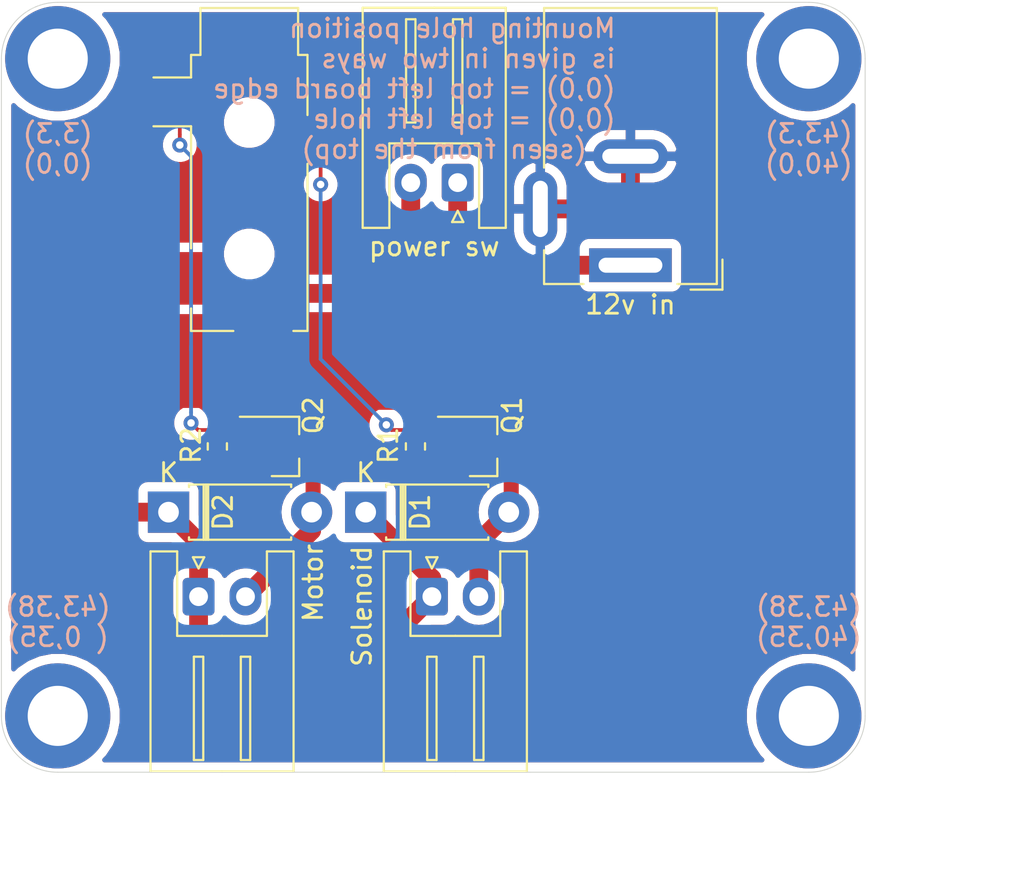
<source format=kicad_pcb>
(kicad_pcb (version 20171130) (host pcbnew 5.1.4-3.fc30)

  (general
    (thickness 1.6)
    (drawings 17)
    (tracks 84)
    (zones 0)
    (modules 17)
    (nets 8)
  )

  (page A4)
  (layers
    (0 F.Cu signal)
    (31 B.Cu signal)
    (32 B.Adhes user)
    (33 F.Adhes user)
    (34 B.Paste user)
    (35 F.Paste user)
    (36 B.SilkS user)
    (37 F.SilkS user)
    (38 B.Mask user)
    (39 F.Mask user)
    (40 Dwgs.User user)
    (41 Cmts.User user)
    (42 Eco1.User user)
    (43 Eco2.User user)
    (44 Edge.Cuts user)
    (45 Margin user)
    (46 B.CrtYd user)
    (47 F.CrtYd user)
    (48 B.Fab user hide)
    (49 F.Fab user hide)
  )

  (setup
    (last_trace_width 1)
    (user_trace_width 0.2)
    (user_trace_width 0.3)
    (user_trace_width 0.4)
    (user_trace_width 0.6)
    (user_trace_width 0.8)
    (user_trace_width 1)
    (trace_clearance 0.2)
    (zone_clearance 0.5)
    (zone_45_only no)
    (trace_min 0.2)
    (via_size 0.8)
    (via_drill 0.4)
    (via_min_size 0.4)
    (via_min_drill 0.3)
    (uvia_size 0.3)
    (uvia_drill 0.1)
    (uvias_allowed no)
    (uvia_min_size 0.2)
    (uvia_min_drill 0.1)
    (edge_width 0.05)
    (segment_width 0.2)
    (pcb_text_width 0.3)
    (pcb_text_size 1.5 1.5)
    (mod_edge_width 0.12)
    (mod_text_size 1 1)
    (mod_text_width 0.15)
    (pad_size 1.524 1.524)
    (pad_drill 0.762)
    (pad_to_mask_clearance 0.051)
    (solder_mask_min_width 0.25)
    (aux_axis_origin 0 0)
    (visible_elements FFFFFF7F)
    (pcbplotparams
      (layerselection 0x010fc_ffffffff)
      (usegerberextensions false)
      (usegerberattributes false)
      (usegerberadvancedattributes false)
      (creategerberjobfile false)
      (excludeedgelayer true)
      (linewidth 0.100000)
      (plotframeref false)
      (viasonmask false)
      (mode 1)
      (useauxorigin false)
      (hpglpennumber 1)
      (hpglpenspeed 20)
      (hpglpendiameter 15.000000)
      (psnegative false)
      (psa4output false)
      (plotreference true)
      (plotvalue true)
      (plotinvisibletext false)
      (padsonsilk false)
      (subtractmaskfromsilk false)
      (outputformat 1)
      (mirror false)
      (drillshape 1)
      (scaleselection 1)
      (outputdirectory ""))
  )

  (net 0 "")
  (net 1 GND)
  (net 2 +12V)
  (net 3 "Net-(J3-Pad1)")
  (net 4 /motor_E)
  (net 5 /solenoid_E)
  (net 6 "Net-(D1-Pad2)")
  (net 7 "Net-(D2-Pad2)")

  (net_class Default "This is the default net class."
    (clearance 0.2)
    (trace_width 0.25)
    (via_dia 0.8)
    (via_drill 0.4)
    (uvia_dia 0.3)
    (uvia_drill 0.1)
    (add_net +12V)
    (add_net /motor_E)
    (add_net /solenoid_E)
    (add_net GND)
    (add_net "Net-(D1-Pad2)")
    (add_net "Net-(D2-Pad2)")
    (add_net "Net-(J3-Pad1)")
  )

  (module graphics:kiwi12.5mm (layer B.Cu) (tedit 5D6496DE) (tstamp 5DDD284A)
    (at 148 49 180)
    (descr "Imported from kiwi.svg")
    (tags svg2mod)
    (attr smd)
    (fp_text reference G*** (at 0 0) (layer B.SilkS) hide
      (effects (font (size 1.524 1.524) (thickness 0.3)) (justify mirror))
    )
    (fp_text value LOGO (at 0.75 0) (layer B.SilkS) hide
      (effects (font (size 1.524 1.524) (thickness 0.3)) (justify mirror))
    )
    (fp_circle (center -4 1.78) (end -3.85 1.79) (layer B.Mask) (width 0.4))
    (fp_poly (pts (xy 1.279619 -1.77047) (xy 1.041632 -3.264492) (xy 0.799212 -3.298731) (xy 0.548534 -3.355245)
      (xy 0.307826 -3.441341) (xy 0.095316 -3.564325) (xy -0.070771 -3.731503) (xy -0.172207 -3.950183)
      (xy -0.190766 -4.227669) (xy 0.021087 -3.997948) (xy 0.28769 -3.870945) (xy 0.592103 -3.79335)
      (xy 0.579366 -4.062552) (xy 0.58729 -4.331557) (xy 0.780784 -4.057771) (xy 1.014576 -3.870902)
      (xy 1.279617 -3.780129) (xy 1.53319 -3.771584) (xy 1.696267 -3.719639) (xy 1.658737 -3.618508)
      (xy 1.583711 -3.515699) (xy 1.591362 -3.354471) (xy 1.618478 -3.116118) (xy 1.671302 -2.83149)
      (xy 1.756078 -2.531436) (xy 1.879049 -2.246808) (xy 2.04646 -2.008454) (xy 2.112629 -2.005639)
      (xy 2.280529 -2.016779) (xy 2.504253 -2.071257) (xy 2.737893 -2.198452) (xy 2.935541 -2.427746)
      (xy 3.05129 -2.78852) (xy 3.078972 -3.310354) (xy 3.01493 -3.611555) (xy 2.906266 -3.759057)
      (xy 2.800082 -3.819793) (xy 2.563664 -3.905098) (xy 2.289888 -3.978115) (xy 2.005784 -4.057254)
      (xy 1.738384 -4.160926) (xy 1.514717 -4.307544) (xy 1.361814 -4.515517) (xy 1.619128 -4.4607)
      (xy 1.878733 -4.424029) (xy 2.140285 -4.401302) (xy 2.403439 -4.388316) (xy 2.340708 -4.625518)
      (xy 2.298195 -4.866695) (xy 2.475569 -4.766745) (xy 2.716059 -4.634117) (xy 2.998692 -4.511404)
      (xy 3.302496 -4.441202) (xy 3.579914 -4.439512) (xy 3.755909 -4.383999) (xy 3.660635 -4.253928)
      (xy 3.514041 -3.96523) (xy 3.50645 -3.706922) (xy 3.541462 -3.445676) (xy 3.626422 -3.178554)
      (xy 3.768675 -2.902618) (xy 3.975566 -2.614929) (xy 4.254441 -2.312549) (xy 4.434013 -2.151601)
      (xy 4.623666 -2.002434) (xy 4.819045 -1.857141) (xy 5.015797 -1.707815) (xy 5.209569 -1.546549)
      (xy 5.396005 -1.365435) (xy 5.570753 -1.156567) (xy 5.729458 -0.912037) (xy 5.867766 -0.623938)
      (xy 5.981324 -0.284363) (xy 6.065778 0.114595) (xy 6.122616 0.536497) (xy 6.154401 0.927188)
      (xy 6.161689 1.288813) (xy 6.145038 1.623517) (xy 6.105006 1.933444) (xy 6.042149 2.220741)
      (xy 5.957026 2.48755) (xy 5.850193 2.736018) (xy 5.722209 2.968289) (xy 5.57363 3.186508)
      (xy 5.405014 3.39282) (xy 5.216919 3.589369) (xy 5.002274 3.775326) (xy 4.757664 3.94771)
      (xy 4.488414 4.106137) (xy 4.199847 4.250221) (xy 3.89729 4.379576) (xy 3.586066 4.493816)
      (xy 3.271501 4.592555) (xy 2.958919 4.675409) (xy 2.653645 4.741992) (xy 2.361004 4.791917)
      (xy 2.08632 4.824799) (xy 1.834918 4.840252) (xy 1.528449 4.843843) (xy 1.240043 4.835682)
      (xy 0.964261 4.813809) (xy 0.69566 4.776266) (xy 0.428801 4.721095) (xy 0.158243 4.646337)
      (xy -0.121457 4.550033) (xy -0.415738 4.430224) (xy -0.730042 4.284951) (xy -1.059029 4.103001)
      (xy -1.324181 3.920122) (xy -1.543471 3.745299) (xy -1.734872 3.58752) (xy -1.916357 3.45577)
      (xy -2.105899 3.359037) (xy -2.32147 3.306306) (xy -2.581045 3.306565) (xy -2.96037 3.353334)
      (xy -3.304393 3.375269) (xy -3.614614 3.371223) (xy -3.892534 3.340048) (xy -4.139654 3.280596)
      (xy -4.357475 3.19172) (xy -4.547496 3.072271) (xy -4.71122 2.921102) (xy -4.850145 2.737064)
      (xy -4.61 2.33) (xy -4.24 2.64) (xy -3.55 2.75) (xy -3 2)
      (xy -3.37 1.13) (xy -4.17 1.09) (xy -4.64 1.51) (xy -5.23834 1.039829)
      (xy -5.220222 0.812657) (xy -5.172476 0.601392) (xy -5.096596 0.405262) (xy -4.994076 0.223495)
      (xy -4.86641 0.055318) (xy -4.715093 -0.100043) (xy -4.54162 -0.243359) (xy -4.347483 -0.375404)
      (xy -4.134178 -0.49695) (xy -3.9032 -0.60877) (xy -3.656041 -0.711637) (xy -3.394197 -0.806324)
      (xy -3.119161 -0.893603) (xy -2.832429 -0.974248) (xy -2.535493 -1.04903) (xy -2.22985 -1.118723)
      (xy -1.916992 -1.1841) (xy -1.598415 -1.245933) (xy -1.275612 -1.304995) (xy -0.950077 -1.362059)
      (xy -0.623306 -1.417897) (xy -0.296792 -1.473283) (xy 0.027971 -1.528989) (xy 0.349487 -1.585788)
      (xy 0.666263 -1.644453) (xy 0.976805 -1.705756) (xy 1.279619 -1.77047)) (layer B.Mask) (width 0))
    (fp_poly (pts (xy -3.820211 0.83348) (xy -4.250208 1.179247) (xy -4.05065 1.062642) (xy -3.82705 1.019627)
      (xy -3.820211 1.019627) (xy -3.583928 1.063957) (xy -3.377815 1.187461) (xy -3.214295 1.37591)
      (xy -3.105791 1.615077) (xy -3.064724 1.890733) (xy -3.100341 2.168588) (xy -3.204863 2.410939)
      (xy -3.36595 2.603054) (xy -3.571261 2.730203) (xy -3.808454 2.777656) (xy -3.815078 2.777656)
      (xy -4.037616 2.737801) (xy -4.237595 2.625197) (xy -4.401668 2.45028) (xy -4.516493 2.22349)
      (xy -4.604542 2.160872) (xy -4.693239 2.225413) (xy -4.80429 2.45601) (xy -4.96629 2.634974)
      (xy -5.165838 2.751385) (xy -5.38953 2.794324) (xy -5.396369 2.794324) (xy -5.632652 2.749995)
      (xy -5.838764 2.626491) (xy -6.002284 2.438042) (xy -6.110789 2.198875) (xy -6.151856 1.923219)
      (xy -6.116239 1.645384) (xy -6.011717 1.403075) (xy -5.850629 1.210991) (xy -5.645318 1.083831)
      (xy -5.408125 1.036296) (xy -5.401714 1.036296) (xy -5.179142 1.076224) (xy -4.97909 1.189022)
      (xy -4.814943 1.364213) (xy -4.700083 1.591317) (xy -4.612029 1.653939) (xy -4.611174 1.653939)
      (xy -4.523337 1.589394) (xy -4.412258 1.358484) (xy -4.250208 1.179247) (xy -3.820211 0.83348)
      (xy -3.829189 0.833696) (xy -4.064215 0.870644) (xy -4.279807 0.971247) (xy -4.466388 1.127831)
      (xy -4.61438 1.332722) (xy -4.765113 1.132537) (xy -4.952932 0.980519) (xy -5.16836 0.88396)
      (xy -5.401921 0.850153) (xy -5.410044 0.850365) (xy -5.658999 0.891153) (xy -5.882095 1.001074)
      (xy -6.070426 1.16979) (xy -6.215088 1.386966) (xy -6.307175 1.642267) (xy -6.337783 1.925358)
      (xy -6.301576 2.206248) (xy -6.20513 2.458405) (xy -6.057415 2.671868) (xy -5.867402 2.836674)
      (xy -5.644062 2.942862) (xy -5.396365 2.980472) (xy -5.387386 2.98026) (xy -5.152359 2.943352)
      (xy -4.936766 2.842868) (xy -4.750186 2.686484) (xy -4.602196 2.481874) (xy -4.451469 2.681778)
      (xy -4.263697 2.833596) (xy -4.048394 2.930036) (xy -3.815078 2.963803) (xy -3.806316 2.963592)
      (xy -3.55745 2.922891) (xy -3.334414 2.813024) (xy -3.14612 2.644327) (xy -3.001477 2.427133)
      (xy -2.909396 2.171778) (xy -2.878788 1.888598) (xy -2.915012 1.607722) (xy -3.011492 1.355598)
      (xy -3.159239 1.142167) (xy -3.349267 0.977375) (xy -3.572587 0.871165) (xy -3.820211 0.83348)) (layer B.Mask) (width 0))
    (fp_poly (pts (xy -3.894489 0.98209) (xy -4.391015 1.37774) (xy -4.169068 1.206558) (xy -3.900742 1.142554)
      (xy -3.894489 1.142554) (xy -3.628295 1.201464) (xy -3.409641 1.362224) (xy -3.260714 1.600879)
      (xy -3.203698 1.893472) (xy -3.254692 2.188585) (xy -3.399723 2.430916) (xy -3.616752 2.595663)
      (xy -3.883739 2.658025) (xy -3.889795 2.658025) (xy -4.157122 2.597837) (xy -4.380546 2.431492)
      (xy -4.531144 2.180319) (xy -4.611653 2.12634) (xy -4.692755 2.181976) (xy -4.8391 2.437591)
      (xy -5.061005 2.608501) (xy -5.329418 2.672394) (xy -5.335672 2.672394) (xy -5.601866 2.613484)
      (xy -5.820519 2.452724) (xy -5.969447 2.21407) (xy -6.026463 1.921476) (xy -5.975469 1.626389)
      (xy -5.830438 1.384102) (xy -5.613409 1.219364) (xy -5.346422 1.156923) (xy -5.340559 1.156923)
      (xy -5.073182 1.217221) (xy -4.849663 1.383839) (xy -4.699012 1.635367) (xy -4.6185 1.68935)
      (xy -4.617717 1.68935) (xy -4.537402 1.63371) (xy -4.391015 1.37774) (xy -3.894489 0.98209)
      (xy -3.902698 0.982276) (xy -4.185715 1.037264) (xy -4.431951 1.185882) (xy -4.620649 1.412451)
      (xy -4.812379 1.191281) (xy -5.059259 1.047651) (xy -5.340749 0.996463) (xy -5.348176 0.996645)
      (xy -5.618762 1.046275) (xy -5.852954 1.179153) (xy -6.036683 1.379884) (xy -6.155877 1.633071)
      (xy -6.196468 1.92332) (xy -6.149868 2.211185) (xy -6.026314 2.46091) (xy -5.839981 2.657656)
      (xy -5.605041 2.786585) (xy -5.335668 2.832858) (xy -5.327459 2.832676) (xy -5.044441 2.777749)
      (xy -4.798204 2.629314) (xy -4.609508 2.403052) (xy -4.417792 2.623916) (xy -4.171013 2.767362)
      (xy -3.889795 2.81849) (xy -3.881784 2.818307) (xy -3.611292 2.768765) (xy -3.377158 2.635932)
      (xy -3.193459 2.435202) (xy -3.074275 2.18197) (xy -3.033685 1.891632) (xy -3.080306 1.603784)
      (xy -3.203897 1.354095) (xy -3.390259 1.157374) (xy -3.62519 1.028436) (xy -3.894489 0.98209)) (layer B.Mask) (width 0))
    (fp_circle (center -5.3 1.77) (end -5.15 1.78) (layer B.Mask) (width 0.4))
  )

  (module graphics:kiwi12.5mm (layer F.Cu) (tedit 5D6496DE) (tstamp 5DDB36D6)
    (at 159.9 57.5)
    (descr "Imported from kiwi.svg")
    (tags svg2mod)
    (attr smd)
    (fp_text reference G*** (at 0 0) (layer F.SilkS) hide
      (effects (font (size 1.524 1.524) (thickness 0.3)))
    )
    (fp_text value LOGO (at 0.75 0) (layer F.SilkS) hide
      (effects (font (size 1.524 1.524) (thickness 0.3)))
    )
    (fp_circle (center -5.3 -1.77) (end -5.15 -1.78) (layer F.Mask) (width 0.4))
    (fp_poly (pts (xy -3.894489 -0.98209) (xy -4.391015 -1.37774) (xy -4.169068 -1.206558) (xy -3.900742 -1.142554)
      (xy -3.894489 -1.142554) (xy -3.628295 -1.201464) (xy -3.409641 -1.362224) (xy -3.260714 -1.600879)
      (xy -3.203698 -1.893472) (xy -3.254692 -2.188585) (xy -3.399723 -2.430916) (xy -3.616752 -2.595663)
      (xy -3.883739 -2.658025) (xy -3.889795 -2.658025) (xy -4.157122 -2.597837) (xy -4.380546 -2.431492)
      (xy -4.531144 -2.180319) (xy -4.611653 -2.12634) (xy -4.692755 -2.181976) (xy -4.8391 -2.437591)
      (xy -5.061005 -2.608501) (xy -5.329418 -2.672394) (xy -5.335672 -2.672394) (xy -5.601866 -2.613484)
      (xy -5.820519 -2.452724) (xy -5.969447 -2.21407) (xy -6.026463 -1.921476) (xy -5.975469 -1.626389)
      (xy -5.830438 -1.384102) (xy -5.613409 -1.219364) (xy -5.346422 -1.156923) (xy -5.340559 -1.156923)
      (xy -5.073182 -1.217221) (xy -4.849663 -1.383839) (xy -4.699012 -1.635367) (xy -4.6185 -1.68935)
      (xy -4.617717 -1.68935) (xy -4.537402 -1.63371) (xy -4.391015 -1.37774) (xy -3.894489 -0.98209)
      (xy -3.902698 -0.982276) (xy -4.185715 -1.037264) (xy -4.431951 -1.185882) (xy -4.620649 -1.412451)
      (xy -4.812379 -1.191281) (xy -5.059259 -1.047651) (xy -5.340749 -0.996463) (xy -5.348176 -0.996645)
      (xy -5.618762 -1.046275) (xy -5.852954 -1.179153) (xy -6.036683 -1.379884) (xy -6.155877 -1.633071)
      (xy -6.196468 -1.92332) (xy -6.149868 -2.211185) (xy -6.026314 -2.46091) (xy -5.839981 -2.657656)
      (xy -5.605041 -2.786585) (xy -5.335668 -2.832858) (xy -5.327459 -2.832676) (xy -5.044441 -2.777749)
      (xy -4.798204 -2.629314) (xy -4.609508 -2.403052) (xy -4.417792 -2.623916) (xy -4.171013 -2.767362)
      (xy -3.889795 -2.81849) (xy -3.881784 -2.818307) (xy -3.611292 -2.768765) (xy -3.377158 -2.635932)
      (xy -3.193459 -2.435202) (xy -3.074275 -2.18197) (xy -3.033685 -1.891632) (xy -3.080306 -1.603784)
      (xy -3.203897 -1.354095) (xy -3.390259 -1.157374) (xy -3.62519 -1.028436) (xy -3.894489 -0.98209)) (layer F.Mask) (width 0))
    (fp_poly (pts (xy -3.820211 -0.83348) (xy -4.250208 -1.179247) (xy -4.05065 -1.062642) (xy -3.82705 -1.019627)
      (xy -3.820211 -1.019627) (xy -3.583928 -1.063957) (xy -3.377815 -1.187461) (xy -3.214295 -1.37591)
      (xy -3.105791 -1.615077) (xy -3.064724 -1.890733) (xy -3.100341 -2.168588) (xy -3.204863 -2.410939)
      (xy -3.36595 -2.603054) (xy -3.571261 -2.730203) (xy -3.808454 -2.777656) (xy -3.815078 -2.777656)
      (xy -4.037616 -2.737801) (xy -4.237595 -2.625197) (xy -4.401668 -2.45028) (xy -4.516493 -2.22349)
      (xy -4.604542 -2.160872) (xy -4.693239 -2.225413) (xy -4.80429 -2.45601) (xy -4.96629 -2.634974)
      (xy -5.165838 -2.751385) (xy -5.38953 -2.794324) (xy -5.396369 -2.794324) (xy -5.632652 -2.749995)
      (xy -5.838764 -2.626491) (xy -6.002284 -2.438042) (xy -6.110789 -2.198875) (xy -6.151856 -1.923219)
      (xy -6.116239 -1.645384) (xy -6.011717 -1.403075) (xy -5.850629 -1.210991) (xy -5.645318 -1.083831)
      (xy -5.408125 -1.036296) (xy -5.401714 -1.036296) (xy -5.179142 -1.076224) (xy -4.97909 -1.189022)
      (xy -4.814943 -1.364213) (xy -4.700083 -1.591317) (xy -4.612029 -1.653939) (xy -4.611174 -1.653939)
      (xy -4.523337 -1.589394) (xy -4.412258 -1.358484) (xy -4.250208 -1.179247) (xy -3.820211 -0.83348)
      (xy -3.829189 -0.833696) (xy -4.064215 -0.870644) (xy -4.279807 -0.971247) (xy -4.466388 -1.127831)
      (xy -4.61438 -1.332722) (xy -4.765113 -1.132537) (xy -4.952932 -0.980519) (xy -5.16836 -0.88396)
      (xy -5.401921 -0.850153) (xy -5.410044 -0.850365) (xy -5.658999 -0.891153) (xy -5.882095 -1.001074)
      (xy -6.070426 -1.16979) (xy -6.215088 -1.386966) (xy -6.307175 -1.642267) (xy -6.337783 -1.925358)
      (xy -6.301576 -2.206248) (xy -6.20513 -2.458405) (xy -6.057415 -2.671868) (xy -5.867402 -2.836674)
      (xy -5.644062 -2.942862) (xy -5.396365 -2.980472) (xy -5.387386 -2.98026) (xy -5.152359 -2.943352)
      (xy -4.936766 -2.842868) (xy -4.750186 -2.686484) (xy -4.602196 -2.481874) (xy -4.451469 -2.681778)
      (xy -4.263697 -2.833596) (xy -4.048394 -2.930036) (xy -3.815078 -2.963803) (xy -3.806316 -2.963592)
      (xy -3.55745 -2.922891) (xy -3.334414 -2.813024) (xy -3.14612 -2.644327) (xy -3.001477 -2.427133)
      (xy -2.909396 -2.171778) (xy -2.878788 -1.888598) (xy -2.915012 -1.607722) (xy -3.011492 -1.355598)
      (xy -3.159239 -1.142167) (xy -3.349267 -0.977375) (xy -3.572587 -0.871165) (xy -3.820211 -0.83348)) (layer F.Mask) (width 0))
    (fp_poly (pts (xy 1.279619 1.77047) (xy 1.041632 3.264492) (xy 0.799212 3.298731) (xy 0.548534 3.355245)
      (xy 0.307826 3.441341) (xy 0.095316 3.564325) (xy -0.070771 3.731503) (xy -0.172207 3.950183)
      (xy -0.190766 4.227669) (xy 0.021087 3.997948) (xy 0.28769 3.870945) (xy 0.592103 3.79335)
      (xy 0.579366 4.062552) (xy 0.58729 4.331557) (xy 0.780784 4.057771) (xy 1.014576 3.870902)
      (xy 1.279617 3.780129) (xy 1.53319 3.771584) (xy 1.696267 3.719639) (xy 1.658737 3.618508)
      (xy 1.583711 3.515699) (xy 1.591362 3.354471) (xy 1.618478 3.116118) (xy 1.671302 2.83149)
      (xy 1.756078 2.531436) (xy 1.879049 2.246808) (xy 2.04646 2.008454) (xy 2.112629 2.005639)
      (xy 2.280529 2.016779) (xy 2.504253 2.071257) (xy 2.737893 2.198452) (xy 2.935541 2.427746)
      (xy 3.05129 2.78852) (xy 3.078972 3.310354) (xy 3.01493 3.611555) (xy 2.906266 3.759057)
      (xy 2.800082 3.819793) (xy 2.563664 3.905098) (xy 2.289888 3.978115) (xy 2.005784 4.057254)
      (xy 1.738384 4.160926) (xy 1.514717 4.307544) (xy 1.361814 4.515517) (xy 1.619128 4.4607)
      (xy 1.878733 4.424029) (xy 2.140285 4.401302) (xy 2.403439 4.388316) (xy 2.340708 4.625518)
      (xy 2.298195 4.866695) (xy 2.475569 4.766745) (xy 2.716059 4.634117) (xy 2.998692 4.511404)
      (xy 3.302496 4.441202) (xy 3.579914 4.439512) (xy 3.755909 4.383999) (xy 3.660635 4.253928)
      (xy 3.514041 3.96523) (xy 3.50645 3.706922) (xy 3.541462 3.445676) (xy 3.626422 3.178554)
      (xy 3.768675 2.902618) (xy 3.975566 2.614929) (xy 4.254441 2.312549) (xy 4.434013 2.151601)
      (xy 4.623666 2.002434) (xy 4.819045 1.857141) (xy 5.015797 1.707815) (xy 5.209569 1.546549)
      (xy 5.396005 1.365435) (xy 5.570753 1.156567) (xy 5.729458 0.912037) (xy 5.867766 0.623938)
      (xy 5.981324 0.284363) (xy 6.065778 -0.114595) (xy 6.122616 -0.536497) (xy 6.154401 -0.927188)
      (xy 6.161689 -1.288813) (xy 6.145038 -1.623517) (xy 6.105006 -1.933444) (xy 6.042149 -2.220741)
      (xy 5.957026 -2.48755) (xy 5.850193 -2.736018) (xy 5.722209 -2.968289) (xy 5.57363 -3.186508)
      (xy 5.405014 -3.39282) (xy 5.216919 -3.589369) (xy 5.002274 -3.775326) (xy 4.757664 -3.94771)
      (xy 4.488414 -4.106137) (xy 4.199847 -4.250221) (xy 3.89729 -4.379576) (xy 3.586066 -4.493816)
      (xy 3.271501 -4.592555) (xy 2.958919 -4.675409) (xy 2.653645 -4.741992) (xy 2.361004 -4.791917)
      (xy 2.08632 -4.824799) (xy 1.834918 -4.840252) (xy 1.528449 -4.843843) (xy 1.240043 -4.835682)
      (xy 0.964261 -4.813809) (xy 0.69566 -4.776266) (xy 0.428801 -4.721095) (xy 0.158243 -4.646337)
      (xy -0.121457 -4.550033) (xy -0.415738 -4.430224) (xy -0.730042 -4.284951) (xy -1.059029 -4.103001)
      (xy -1.324181 -3.920122) (xy -1.543471 -3.745299) (xy -1.734872 -3.58752) (xy -1.916357 -3.45577)
      (xy -2.105899 -3.359037) (xy -2.32147 -3.306306) (xy -2.581045 -3.306565) (xy -2.96037 -3.353334)
      (xy -3.304393 -3.375269) (xy -3.614614 -3.371223) (xy -3.892534 -3.340048) (xy -4.139654 -3.280596)
      (xy -4.357475 -3.19172) (xy -4.547496 -3.072271) (xy -4.71122 -2.921102) (xy -4.850145 -2.737064)
      (xy -4.61 -2.33) (xy -4.24 -2.64) (xy -3.55 -2.75) (xy -3 -2)
      (xy -3.37 -1.13) (xy -4.17 -1.09) (xy -4.64 -1.51) (xy -5.23834 -1.039829)
      (xy -5.220222 -0.812657) (xy -5.172476 -0.601392) (xy -5.096596 -0.405262) (xy -4.994076 -0.223495)
      (xy -4.86641 -0.055318) (xy -4.715093 0.100043) (xy -4.54162 0.243359) (xy -4.347483 0.375404)
      (xy -4.134178 0.49695) (xy -3.9032 0.60877) (xy -3.656041 0.711637) (xy -3.394197 0.806324)
      (xy -3.119161 0.893603) (xy -2.832429 0.974248) (xy -2.535493 1.04903) (xy -2.22985 1.118723)
      (xy -1.916992 1.1841) (xy -1.598415 1.245933) (xy -1.275612 1.304995) (xy -0.950077 1.362059)
      (xy -0.623306 1.417897) (xy -0.296792 1.473283) (xy 0.027971 1.528989) (xy 0.349487 1.585788)
      (xy 0.666263 1.644453) (xy 0.976805 1.705756) (xy 1.279619 1.77047)) (layer F.Mask) (width 0))
    (fp_circle (center -4 -1.78) (end -3.85 -1.79) (layer F.Mask) (width 0.4))
  )

  (module MountingHole:MountingHole_3.2mm_M3_DIN965_Pad (layer F.Cu) (tedit 56D1B4CB) (tstamp 5DDB32E5)
    (at 126 33)
    (descr "Mounting Hole 3.2mm, M3, DIN965")
    (tags "mounting hole 3.2mm m3 din965")
    (attr virtual)
    (fp_text reference REF** (at 0 -3.8) (layer F.SilkS) hide
      (effects (font (size 1 1) (thickness 0.15)))
    )
    (fp_text value MountingHole_3.2mm_M3_DIN965_Pad (at 0 3.8) (layer F.Fab)
      (effects (font (size 1 1) (thickness 0.15)))
    )
    (fp_circle (center 0 0) (end 3.05 0) (layer F.CrtYd) (width 0.05))
    (fp_circle (center 0 0) (end 2.8 0) (layer Cmts.User) (width 0.15))
    (fp_text user %R (at 0.3 0) (layer F.Fab)
      (effects (font (size 1 1) (thickness 0.15)))
    )
    (pad 1 thru_hole circle (at 0 0) (size 5.6 5.6) (drill 3.2) (layers *.Cu *.Mask))
  )

  (module MountingHole:MountingHole_3.2mm_M3_DIN965_Pad (layer F.Cu) (tedit 56D1B4CB) (tstamp 5DDB32DE)
    (at 166 33)
    (descr "Mounting Hole 3.2mm, M3, DIN965")
    (tags "mounting hole 3.2mm m3 din965")
    (attr virtual)
    (fp_text reference REF** (at 0 -3.8) (layer F.SilkS) hide
      (effects (font (size 1 1) (thickness 0.15)))
    )
    (fp_text value MountingHole_3.2mm_M3_DIN965_Pad (at 0 3.8) (layer F.Fab)
      (effects (font (size 1 1) (thickness 0.15)))
    )
    (fp_circle (center 0 0) (end 3.05 0) (layer F.CrtYd) (width 0.05))
    (fp_circle (center 0 0) (end 2.8 0) (layer Cmts.User) (width 0.15))
    (fp_text user %R (at 0.3 0) (layer F.Fab)
      (effects (font (size 1 1) (thickness 0.15)))
    )
    (pad 1 thru_hole circle (at 0 0) (size 5.6 5.6) (drill 3.2) (layers *.Cu *.Mask))
  )

  (module MountingHole:MountingHole_3.2mm_M3_DIN965_Pad (layer F.Cu) (tedit 56D1B4CB) (tstamp 5DDB363A)
    (at 126 68)
    (descr "Mounting Hole 3.2mm, M3, DIN965")
    (tags "mounting hole 3.2mm m3 din965")
    (attr virtual)
    (fp_text reference REF** (at 0 -3.8) (layer F.SilkS) hide
      (effects (font (size 1 1) (thickness 0.15)))
    )
    (fp_text value MountingHole_3.2mm_M3_DIN965_Pad (at 0 3.8) (layer F.Fab)
      (effects (font (size 1 1) (thickness 0.15)))
    )
    (fp_text user %R (at 0.3 0) (layer F.Fab)
      (effects (font (size 1 1) (thickness 0.15)))
    )
    (fp_circle (center 0 0) (end 2.8 0) (layer Cmts.User) (width 0.15))
    (fp_circle (center 0 0) (end 3.05 0) (layer F.CrtYd) (width 0.05))
    (pad 1 thru_hole circle (at 0 0) (size 5.6 5.6) (drill 3.2) (layers *.Cu *.Mask))
  )

  (module MountingHole:MountingHole_3.2mm_M3_DIN965_Pad (layer F.Cu) (tedit 56D1B4CB) (tstamp 5DDB3657)
    (at 166 68)
    (descr "Mounting Hole 3.2mm, M3, DIN965")
    (tags "mounting hole 3.2mm m3 din965")
    (attr virtual)
    (fp_text reference REF** (at 0 -3.8) (layer F.SilkS) hide
      (effects (font (size 1 1) (thickness 0.15)))
    )
    (fp_text value MountingHole_3.2mm_M3_DIN965_Pad (at 0 3.8) (layer F.Fab)
      (effects (font (size 1 1) (thickness 0.15)))
    )
    (fp_text user %R (at 0.3 0) (layer F.Fab)
      (effects (font (size 1 1) (thickness 0.15)))
    )
    (fp_circle (center 0 0) (end 2.8 0) (layer Cmts.User) (width 0.15))
    (fp_circle (center 0 0) (end 3.05 0) (layer F.CrtYd) (width 0.05))
    (pad 1 thru_hole circle (at 0 0) (size 5.6 5.6) (drill 3.2) (layers *.Cu *.Mask))
  )

  (module Diode_THT:D_DO-41_SOD81_P7.62mm_Horizontal (layer F.Cu) (tedit 5AE50CD5) (tstamp 5DDB12C9)
    (at 142.4 57.15)
    (descr "Diode, DO-41_SOD81 series, Axial, Horizontal, pin pitch=7.62mm, , length*diameter=5.2*2.7mm^2, , http://www.diodes.com/_files/packages/DO-41%20(Plastic).pdf")
    (tags "Diode DO-41_SOD81 series Axial Horizontal pin pitch 7.62mm  length 5.2mm diameter 2.7mm")
    (path /5DE4738D)
    (fp_text reference D1 (at 2.9 0 270) (layer F.SilkS)
      (effects (font (size 1 1) (thickness 0.15)))
    )
    (fp_text value 1N4007 (at 3.81 2.47) (layer F.Fab)
      (effects (font (size 1 1) (thickness 0.15)))
    )
    (fp_text user K (at 0 -2.1) (layer F.SilkS)
      (effects (font (size 1 1) (thickness 0.15)))
    )
    (fp_text user K (at 0 -2.1) (layer F.Fab)
      (effects (font (size 1 1) (thickness 0.15)))
    )
    (fp_text user %R (at 4.2 0) (layer F.Fab)
      (effects (font (size 1 1) (thickness 0.15)))
    )
    (fp_line (start 8.97 -1.6) (end -1.35 -1.6) (layer F.CrtYd) (width 0.05))
    (fp_line (start 8.97 1.6) (end 8.97 -1.6) (layer F.CrtYd) (width 0.05))
    (fp_line (start -1.35 1.6) (end 8.97 1.6) (layer F.CrtYd) (width 0.05))
    (fp_line (start -1.35 -1.6) (end -1.35 1.6) (layer F.CrtYd) (width 0.05))
    (fp_line (start 1.87 -1.47) (end 1.87 1.47) (layer F.SilkS) (width 0.12))
    (fp_line (start 2.11 -1.47) (end 2.11 1.47) (layer F.SilkS) (width 0.12))
    (fp_line (start 1.99 -1.47) (end 1.99 1.47) (layer F.SilkS) (width 0.12))
    (fp_line (start 6.53 1.47) (end 6.53 1.34) (layer F.SilkS) (width 0.12))
    (fp_line (start 1.09 1.47) (end 6.53 1.47) (layer F.SilkS) (width 0.12))
    (fp_line (start 1.09 1.34) (end 1.09 1.47) (layer F.SilkS) (width 0.12))
    (fp_line (start 6.53 -1.47) (end 6.53 -1.34) (layer F.SilkS) (width 0.12))
    (fp_line (start 1.09 -1.47) (end 6.53 -1.47) (layer F.SilkS) (width 0.12))
    (fp_line (start 1.09 -1.34) (end 1.09 -1.47) (layer F.SilkS) (width 0.12))
    (fp_line (start 1.89 -1.35) (end 1.89 1.35) (layer F.Fab) (width 0.1))
    (fp_line (start 2.09 -1.35) (end 2.09 1.35) (layer F.Fab) (width 0.1))
    (fp_line (start 1.99 -1.35) (end 1.99 1.35) (layer F.Fab) (width 0.1))
    (fp_line (start 7.62 0) (end 6.41 0) (layer F.Fab) (width 0.1))
    (fp_line (start 0 0) (end 1.21 0) (layer F.Fab) (width 0.1))
    (fp_line (start 6.41 -1.35) (end 1.21 -1.35) (layer F.Fab) (width 0.1))
    (fp_line (start 6.41 1.35) (end 6.41 -1.35) (layer F.Fab) (width 0.1))
    (fp_line (start 1.21 1.35) (end 6.41 1.35) (layer F.Fab) (width 0.1))
    (fp_line (start 1.21 -1.35) (end 1.21 1.35) (layer F.Fab) (width 0.1))
    (pad 2 thru_hole oval (at 7.62 0) (size 2.2 2.2) (drill 1.1) (layers *.Cu *.Mask)
      (net 6 "Net-(D1-Pad2)"))
    (pad 1 thru_hole rect (at 0 0) (size 2.2 2.2) (drill 1.1) (layers *.Cu *.Mask)
      (net 2 +12V))
    (model ${KISYS3DMOD}/Diode_THT.3dshapes/D_DO-41_SOD81_P7.62mm_Horizontal.wrl
      (at (xyz 0 0 0))
      (scale (xyz 1 1 1))
      (rotate (xyz 0 0 0))
    )
  )

  (module Diode_THT:D_DO-41_SOD81_P7.62mm_Horizontal (layer F.Cu) (tedit 5AE50CD5) (tstamp 5DDB12E8)
    (at 131.9 57.15)
    (descr "Diode, DO-41_SOD81 series, Axial, Horizontal, pin pitch=7.62mm, , length*diameter=5.2*2.7mm^2, , http://www.diodes.com/_files/packages/DO-41%20(Plastic).pdf")
    (tags "Diode DO-41_SOD81 series Axial Horizontal pin pitch 7.62mm  length 5.2mm diameter 2.7mm")
    (path /5DE38FC9)
    (fp_text reference D2 (at 2.9 0 270) (layer F.SilkS)
      (effects (font (size 1 1) (thickness 0.15)))
    )
    (fp_text value 1N4007 (at 3.81 2.47) (layer F.Fab)
      (effects (font (size 1 1) (thickness 0.15)))
    )
    (fp_text user K (at 0 -2.1) (layer F.SilkS)
      (effects (font (size 1 1) (thickness 0.15)))
    )
    (fp_text user K (at 0 -2.1) (layer F.Fab)
      (effects (font (size 1 1) (thickness 0.15)))
    )
    (fp_text user %R (at 4.2 0) (layer F.Fab)
      (effects (font (size 1 1) (thickness 0.15)))
    )
    (fp_line (start 8.97 -1.6) (end -1.35 -1.6) (layer F.CrtYd) (width 0.05))
    (fp_line (start 8.97 1.6) (end 8.97 -1.6) (layer F.CrtYd) (width 0.05))
    (fp_line (start -1.35 1.6) (end 8.97 1.6) (layer F.CrtYd) (width 0.05))
    (fp_line (start -1.35 -1.6) (end -1.35 1.6) (layer F.CrtYd) (width 0.05))
    (fp_line (start 1.87 -1.47) (end 1.87 1.47) (layer F.SilkS) (width 0.12))
    (fp_line (start 2.11 -1.47) (end 2.11 1.47) (layer F.SilkS) (width 0.12))
    (fp_line (start 1.99 -1.47) (end 1.99 1.47) (layer F.SilkS) (width 0.12))
    (fp_line (start 6.53 1.47) (end 6.53 1.34) (layer F.SilkS) (width 0.12))
    (fp_line (start 1.09 1.47) (end 6.53 1.47) (layer F.SilkS) (width 0.12))
    (fp_line (start 1.09 1.34) (end 1.09 1.47) (layer F.SilkS) (width 0.12))
    (fp_line (start 6.53 -1.47) (end 6.53 -1.34) (layer F.SilkS) (width 0.12))
    (fp_line (start 1.09 -1.47) (end 6.53 -1.47) (layer F.SilkS) (width 0.12))
    (fp_line (start 1.09 -1.34) (end 1.09 -1.47) (layer F.SilkS) (width 0.12))
    (fp_line (start 1.89 -1.35) (end 1.89 1.35) (layer F.Fab) (width 0.1))
    (fp_line (start 2.09 -1.35) (end 2.09 1.35) (layer F.Fab) (width 0.1))
    (fp_line (start 1.99 -1.35) (end 1.99 1.35) (layer F.Fab) (width 0.1))
    (fp_line (start 7.62 0) (end 6.41 0) (layer F.Fab) (width 0.1))
    (fp_line (start 0 0) (end 1.21 0) (layer F.Fab) (width 0.1))
    (fp_line (start 6.41 -1.35) (end 1.21 -1.35) (layer F.Fab) (width 0.1))
    (fp_line (start 6.41 1.35) (end 6.41 -1.35) (layer F.Fab) (width 0.1))
    (fp_line (start 1.21 1.35) (end 6.41 1.35) (layer F.Fab) (width 0.1))
    (fp_line (start 1.21 -1.35) (end 1.21 1.35) (layer F.Fab) (width 0.1))
    (pad 2 thru_hole oval (at 7.62 0) (size 2.2 2.2) (drill 1.1) (layers *.Cu *.Mask)
      (net 7 "Net-(D2-Pad2)"))
    (pad 1 thru_hole rect (at 0 0) (size 2.2 2.2) (drill 1.1) (layers *.Cu *.Mask)
      (net 2 +12V))
    (model ${KISYS3DMOD}/Diode_THT.3dshapes/D_DO-41_SOD81_P7.62mm_Horizontal.wrl
      (at (xyz 0 0 0))
      (scale (xyz 1 1 1))
      (rotate (xyz 0 0 0))
    )
  )

  (module Connector_Audio:Jack_3.5mm_CUI_SJ-3524-SMT_Horizontal (layer F.Cu) (tedit 5DDA8D17) (tstamp 5DDB4799)
    (at 136.2 38.9)
    (descr "3.5 mm, Stereo, Right Angle, Surface Mount (SMT), Audio Jack Connector (https://www.cui.com/product/resource/sj-352x-smt-series.pdf)")
    (tags "3.5mm audio cui horizontal jack stereo")
    (path /5DDE95D3)
    (attr smd)
    (fp_text reference J4 (at 0 -9.9) (layer F.SilkS) hide
      (effects (font (size 1 1) (thickness 0.15)))
    )
    (fp_text value AudioJack3_Ground (at 0 13) (layer F.Fab)
      (effects (font (size 1 1) (thickness 0.15)))
    )
    (fp_line (start -3.1 -2.3) (end -5.1 -2.3) (layer F.SilkS) (width 0.12))
    (fp_line (start -3.1 -4.9) (end -5.1 -4.9) (layer F.SilkS) (width 0.12))
    (fp_line (start -3.1 4.2) (end -3.1 -2.3) (layer F.SilkS) (width 0.12))
    (fp_line (start -3.1 8.6) (end -3.1 7.4) (layer F.SilkS) (width 0.12))
    (fp_line (start -0.85 8.6) (end -3.1 8.6) (layer F.SilkS) (width 0.12))
    (fp_line (start 3.1 8.6) (end 2.35 8.6) (layer F.SilkS) (width 0.12))
    (fp_line (start 3.1 -0.3) (end 3.1 8.6) (layer F.SilkS) (width 0.12))
    (fp_line (start 3.1 -6.1) (end 3.1 -2.9) (layer F.SilkS) (width 0.12))
    (fp_line (start 2.6 -6.1) (end 3.1 -6.1) (layer F.SilkS) (width 0.12))
    (fp_line (start 2.6 -8.6) (end 2.6 -6.1) (layer F.SilkS) (width 0.12))
    (fp_line (start -2.6 -8.6) (end 2.6 -8.6) (layer F.SilkS) (width 0.12))
    (fp_line (start -2.6 -6.1) (end -2.6 -8.6) (layer F.SilkS) (width 0.12))
    (fp_line (start -3.1 -6.1) (end -2.6 -6.1) (layer F.SilkS) (width 0.12))
    (fp_line (start -3.1 -4.9) (end -3.1 -6.1) (layer F.SilkS) (width 0.12))
    (fp_text user %R (at 0 0) (layer F.Fab)
      (effects (font (size 1 1) (thickness 0.15)))
    )
    (fp_line (start -5.6 -9) (end 5.6 -9) (layer F.CrtYd) (width 0.05))
    (fp_line (start -5.6 11.6) (end -5.6 -9) (layer F.CrtYd) (width 0.05))
    (fp_line (start 5.6 11.6) (end -5.6 11.6) (layer F.CrtYd) (width 0.05))
    (fp_line (start 5.6 -9) (end 5.6 11.6) (layer F.CrtYd) (width 0.05))
    (fp_line (start 2.5 -6) (end 3 -6) (layer F.Fab) (width 0.1))
    (fp_line (start 2.5 -8.5) (end 2.5 -6) (layer F.Fab) (width 0.1))
    (fp_line (start -2.5 -8.5) (end 2.5 -8.5) (layer F.Fab) (width 0.1))
    (fp_line (start -2.5 -6) (end -2.5 -8.5) (layer F.Fab) (width 0.1))
    (fp_line (start -3 -6) (end -2.5 -6) (layer F.Fab) (width 0.1))
    (fp_line (start -3 8.5) (end -3 -6) (layer F.Fab) (width 0.1))
    (fp_line (start 3 8.5) (end -3 8.5) (layer F.Fab) (width 0.1))
    (fp_line (start 3 -6) (end 3 8.5) (layer F.Fab) (width 0.1))
    (pad "" np_thru_hole circle (at 0 4.5) (size 1.7 1.7) (drill 1.7) (layers *.Cu *.Mask))
    (pad "" np_thru_hole circle (at 0 -2.5) (size 1.7 1.7) (drill 1.7) (layers *.Cu *.Mask))
    (pad T smd rect (at -3.7 5.8) (size 2.8 2.8) (layers F.Cu F.Paste F.Mask)
      (net 2 +12V))
    (pad G smd rect (at 0.75 9.8) (size 2.8 2.6) (layers F.Cu F.Paste F.Mask)
      (net 1 GND))
    (pad S smd rect (at -3.7 -3.6) (size 2.8 2.2) (layers F.Cu F.Paste F.Mask)
      (net 4 /motor_E))
    (pad R smd rect (at 3.7 -1.6) (size 2.8 2.2) (layers F.Cu F.Paste F.Mask)
      (net 5 /solenoid_E))
    (model ${KISYS3DMOD}/Connector_Audio.3dshapes/Jack_3.5mm_CUI_SJ-3524-SMT_Horizontal.wrl
      (at (xyz 0 0 0))
      (scale (xyz 1 1 1))
      (rotate (xyz 0 0 0))
    )
  )

  (module Connector_JST:JST_XH_S2B-XH-A_1x02_P2.50mm_Horizontal (layer F.Cu) (tedit 5C281475) (tstamp 5DDB45C9)
    (at 147.3 39.6 180)
    (descr "JST XH series connector, S2B-XH-A (http://www.jst-mfg.com/product/pdf/eng/eXH.pdf), generated with kicad-footprint-generator")
    (tags "connector JST XH horizontal")
    (path /5DDC9112)
    (fp_text reference SW1 (at 1.25 -3.5) (layer F.SilkS) hide
      (effects (font (size 1 1) (thickness 0.15)))
    )
    (fp_text value "power sw" (at 1.25 -3.4) (layer F.SilkS)
      (effects (font (size 1 1) (thickness 0.15)))
    )
    (fp_text user %R (at 1.25 3.45) (layer F.Fab)
      (effects (font (size 1 1) (thickness 0.15)))
    )
    (fp_line (start 0 1.2) (end 0.625 2.2) (layer F.Fab) (width 0.1))
    (fp_line (start -0.625 2.2) (end 0 1.2) (layer F.Fab) (width 0.1))
    (fp_line (start 0.3 -2.1) (end 0 -1.5) (layer F.SilkS) (width 0.12))
    (fp_line (start -0.3 -2.1) (end 0.3 -2.1) (layer F.SilkS) (width 0.12))
    (fp_line (start 0 -1.5) (end -0.3 -2.1) (layer F.SilkS) (width 0.12))
    (fp_line (start 2.75 3.2) (end 2.25 3.2) (layer F.SilkS) (width 0.12))
    (fp_line (start 2.75 8.7) (end 2.75 3.2) (layer F.SilkS) (width 0.12))
    (fp_line (start 2.25 8.7) (end 2.75 8.7) (layer F.SilkS) (width 0.12))
    (fp_line (start 2.25 3.2) (end 2.25 8.7) (layer F.SilkS) (width 0.12))
    (fp_line (start 0.25 3.2) (end -0.25 3.2) (layer F.SilkS) (width 0.12))
    (fp_line (start 0.25 8.7) (end 0.25 3.2) (layer F.SilkS) (width 0.12))
    (fp_line (start -0.25 8.7) (end 0.25 8.7) (layer F.SilkS) (width 0.12))
    (fp_line (start -0.25 3.2) (end -0.25 8.7) (layer F.SilkS) (width 0.12))
    (fp_line (start 3.75 2.2) (end 1.25 2.2) (layer F.Fab) (width 0.1))
    (fp_line (start 3.75 -2.3) (end 3.75 2.2) (layer F.Fab) (width 0.1))
    (fp_line (start 4.95 -2.3) (end 3.75 -2.3) (layer F.Fab) (width 0.1))
    (fp_line (start 4.95 9.2) (end 4.95 -2.3) (layer F.Fab) (width 0.1))
    (fp_line (start 1.25 9.2) (end 4.95 9.2) (layer F.Fab) (width 0.1))
    (fp_line (start -1.25 2.2) (end 1.25 2.2) (layer F.Fab) (width 0.1))
    (fp_line (start -1.25 -2.3) (end -1.25 2.2) (layer F.Fab) (width 0.1))
    (fp_line (start -2.45 -2.3) (end -1.25 -2.3) (layer F.Fab) (width 0.1))
    (fp_line (start -2.45 9.2) (end -2.45 -2.3) (layer F.Fab) (width 0.1))
    (fp_line (start 1.25 9.2) (end -2.45 9.2) (layer F.Fab) (width 0.1))
    (fp_line (start 3.64 2.09) (end 1.25 2.09) (layer F.SilkS) (width 0.12))
    (fp_line (start 3.64 -2.41) (end 3.64 2.09) (layer F.SilkS) (width 0.12))
    (fp_line (start 5.06 -2.41) (end 3.64 -2.41) (layer F.SilkS) (width 0.12))
    (fp_line (start 5.06 9.31) (end 5.06 -2.41) (layer F.SilkS) (width 0.12))
    (fp_line (start 1.25 9.31) (end 5.06 9.31) (layer F.SilkS) (width 0.12))
    (fp_line (start -1.14 2.09) (end 1.25 2.09) (layer F.SilkS) (width 0.12))
    (fp_line (start -1.14 -2.41) (end -1.14 2.09) (layer F.SilkS) (width 0.12))
    (fp_line (start -2.56 -2.41) (end -1.14 -2.41) (layer F.SilkS) (width 0.12))
    (fp_line (start -2.56 9.31) (end -2.56 -2.41) (layer F.SilkS) (width 0.12))
    (fp_line (start 1.25 9.31) (end -2.56 9.31) (layer F.SilkS) (width 0.12))
    (fp_line (start 5.45 -2.8) (end -2.95 -2.8) (layer F.CrtYd) (width 0.05))
    (fp_line (start 5.45 9.7) (end 5.45 -2.8) (layer F.CrtYd) (width 0.05))
    (fp_line (start -2.95 9.7) (end 5.45 9.7) (layer F.CrtYd) (width 0.05))
    (fp_line (start -2.95 -2.8) (end -2.95 9.7) (layer F.CrtYd) (width 0.05))
    (pad 2 thru_hole oval (at 2.5 0 180) (size 1.7 2) (drill 1) (layers *.Cu *.Mask)
      (net 2 +12V))
    (pad 1 thru_hole roundrect (at 0 0 180) (size 1.7 2) (drill 1) (layers *.Cu *.Mask) (roundrect_rratio 0.147059)
      (net 3 "Net-(J3-Pad1)"))
    (model ${KISYS3DMOD}/Connector_JST.3dshapes/JST_XH_S2B-XH-A_1x02_P2.50mm_Horizontal.wrl
      (at (xyz 0 0 0))
      (scale (xyz 1 1 1))
      (rotate (xyz 0 0 0))
    )
  )

  (module Resistor_SMD:R_0603_1608Metric_Pad1.05x0.95mm_HandSolder (layer F.Cu) (tedit 5B301BBD) (tstamp 5DDAF3E8)
    (at 134.5 53.65 90)
    (descr "Resistor SMD 0603 (1608 Metric), square (rectangular) end terminal, IPC_7351 nominal with elongated pad for handsoldering. (Body size source: http://www.tortai-tech.com/upload/download/2011102023233369053.pdf), generated with kicad-footprint-generator")
    (tags "resistor handsolder")
    (path /5DDEF11F)
    (attr smd)
    (fp_text reference R2 (at 0.05 -1.4 90) (layer F.SilkS)
      (effects (font (size 1 1) (thickness 0.15)))
    )
    (fp_text value 10k (at 0 1.43 90) (layer F.Fab)
      (effects (font (size 1 1) (thickness 0.15)))
    )
    (fp_text user %R (at 0 0 90) (layer F.Fab)
      (effects (font (size 0.4 0.4) (thickness 0.06)))
    )
    (fp_line (start 1.65 0.73) (end -1.65 0.73) (layer F.CrtYd) (width 0.05))
    (fp_line (start 1.65 -0.73) (end 1.65 0.73) (layer F.CrtYd) (width 0.05))
    (fp_line (start -1.65 -0.73) (end 1.65 -0.73) (layer F.CrtYd) (width 0.05))
    (fp_line (start -1.65 0.73) (end -1.65 -0.73) (layer F.CrtYd) (width 0.05))
    (fp_line (start -0.171267 0.51) (end 0.171267 0.51) (layer F.SilkS) (width 0.12))
    (fp_line (start -0.171267 -0.51) (end 0.171267 -0.51) (layer F.SilkS) (width 0.12))
    (fp_line (start 0.8 0.4) (end -0.8 0.4) (layer F.Fab) (width 0.1))
    (fp_line (start 0.8 -0.4) (end 0.8 0.4) (layer F.Fab) (width 0.1))
    (fp_line (start -0.8 -0.4) (end 0.8 -0.4) (layer F.Fab) (width 0.1))
    (fp_line (start -0.8 0.4) (end -0.8 -0.4) (layer F.Fab) (width 0.1))
    (pad 2 smd roundrect (at 0.875 0 90) (size 1.05 0.95) (layers F.Cu F.Paste F.Mask) (roundrect_rratio 0.25)
      (net 4 /motor_E))
    (pad 1 smd roundrect (at -0.875 0 90) (size 1.05 0.95) (layers F.Cu F.Paste F.Mask) (roundrect_rratio 0.25)
      (net 1 GND))
    (model ${KISYS3DMOD}/Resistor_SMD.3dshapes/R_0603_1608Metric.wrl
      (at (xyz 0 0 0))
      (scale (xyz 1 1 1))
      (rotate (xyz 0 0 0))
    )
  )

  (module Resistor_SMD:R_0603_1608Metric_Pad1.05x0.95mm_HandSolder (layer F.Cu) (tedit 5B301BBD) (tstamp 5DDAF3D7)
    (at 145.05 53.65 90)
    (descr "Resistor SMD 0603 (1608 Metric), square (rectangular) end terminal, IPC_7351 nominal with elongated pad for handsoldering. (Body size source: http://www.tortai-tech.com/upload/download/2011102023233369053.pdf), generated with kicad-footprint-generator")
    (tags "resistor handsolder")
    (path /5DE068F7)
    (attr smd)
    (fp_text reference R1 (at 0.05 -1.45 90) (layer F.SilkS)
      (effects (font (size 1 1) (thickness 0.15)))
    )
    (fp_text value 10k (at 0 1.43 90) (layer F.Fab)
      (effects (font (size 1 1) (thickness 0.15)))
    )
    (fp_text user %R (at 0 0 90) (layer F.Fab)
      (effects (font (size 0.4 0.4) (thickness 0.06)))
    )
    (fp_line (start 1.65 0.73) (end -1.65 0.73) (layer F.CrtYd) (width 0.05))
    (fp_line (start 1.65 -0.73) (end 1.65 0.73) (layer F.CrtYd) (width 0.05))
    (fp_line (start -1.65 -0.73) (end 1.65 -0.73) (layer F.CrtYd) (width 0.05))
    (fp_line (start -1.65 0.73) (end -1.65 -0.73) (layer F.CrtYd) (width 0.05))
    (fp_line (start -0.171267 0.51) (end 0.171267 0.51) (layer F.SilkS) (width 0.12))
    (fp_line (start -0.171267 -0.51) (end 0.171267 -0.51) (layer F.SilkS) (width 0.12))
    (fp_line (start 0.8 0.4) (end -0.8 0.4) (layer F.Fab) (width 0.1))
    (fp_line (start 0.8 -0.4) (end 0.8 0.4) (layer F.Fab) (width 0.1))
    (fp_line (start -0.8 -0.4) (end 0.8 -0.4) (layer F.Fab) (width 0.1))
    (fp_line (start -0.8 0.4) (end -0.8 -0.4) (layer F.Fab) (width 0.1))
    (pad 2 smd roundrect (at 0.875 0 90) (size 1.05 0.95) (layers F.Cu F.Paste F.Mask) (roundrect_rratio 0.25)
      (net 5 /solenoid_E))
    (pad 1 smd roundrect (at -0.875 0 90) (size 1.05 0.95) (layers F.Cu F.Paste F.Mask) (roundrect_rratio 0.25)
      (net 1 GND))
    (model ${KISYS3DMOD}/Resistor_SMD.3dshapes/R_0603_1608Metric.wrl
      (at (xyz 0 0 0))
      (scale (xyz 1 1 1))
      (rotate (xyz 0 0 0))
    )
  )

  (module Package_TO_SOT_SMD:SOT-23_Handsoldering (layer F.Cu) (tedit 5A0AB76C) (tstamp 5DDAF3C6)
    (at 138.1 53.65)
    (descr "SOT-23, Handsoldering")
    (tags SOT-23)
    (path /5DDB5577)
    (attr smd)
    (fp_text reference Q2 (at 1.5 -1.65 270) (layer F.SilkS)
      (effects (font (size 1 1) (thickness 0.15)))
    )
    (fp_text value FDN339AN (at 0 2.5) (layer F.Fab)
      (effects (font (size 1 1) (thickness 0.15)))
    )
    (fp_line (start 0.76 1.58) (end -0.7 1.58) (layer F.SilkS) (width 0.12))
    (fp_line (start -0.7 1.52) (end 0.7 1.52) (layer F.Fab) (width 0.1))
    (fp_line (start 0.7 -1.52) (end 0.7 1.52) (layer F.Fab) (width 0.1))
    (fp_line (start -0.7 -0.95) (end -0.15 -1.52) (layer F.Fab) (width 0.1))
    (fp_line (start -0.15 -1.52) (end 0.7 -1.52) (layer F.Fab) (width 0.1))
    (fp_line (start -0.7 -0.95) (end -0.7 1.5) (layer F.Fab) (width 0.1))
    (fp_line (start 0.76 -1.58) (end -2.4 -1.58) (layer F.SilkS) (width 0.12))
    (fp_line (start -2.7 1.75) (end -2.7 -1.75) (layer F.CrtYd) (width 0.05))
    (fp_line (start 2.7 1.75) (end -2.7 1.75) (layer F.CrtYd) (width 0.05))
    (fp_line (start 2.7 -1.75) (end 2.7 1.75) (layer F.CrtYd) (width 0.05))
    (fp_line (start -2.7 -1.75) (end 2.7 -1.75) (layer F.CrtYd) (width 0.05))
    (fp_line (start 0.76 -1.58) (end 0.76 -0.65) (layer F.SilkS) (width 0.12))
    (fp_line (start 0.76 1.58) (end 0.76 0.65) (layer F.SilkS) (width 0.12))
    (fp_text user %R (at 0 0 90) (layer F.Fab)
      (effects (font (size 0.5 0.5) (thickness 0.075)))
    )
    (pad 3 smd rect (at 1.5 0) (size 1.9 0.8) (layers F.Cu F.Paste F.Mask)
      (net 7 "Net-(D2-Pad2)"))
    (pad 2 smd rect (at -1.5 0.95) (size 1.9 0.8) (layers F.Cu F.Paste F.Mask)
      (net 1 GND))
    (pad 1 smd rect (at -1.5 -0.95) (size 1.9 0.8) (layers F.Cu F.Paste F.Mask)
      (net 4 /motor_E))
    (model ${KISYS3DMOD}/Package_TO_SOT_SMD.3dshapes/SOT-23.wrl
      (at (xyz 0 0 0))
      (scale (xyz 1 1 1))
      (rotate (xyz 0 0 0))
    )
  )

  (module Package_TO_SOT_SMD:SOT-23_Handsoldering (layer F.Cu) (tedit 5A0AB76C) (tstamp 5DDAF3B1)
    (at 148.65 53.65)
    (descr "SOT-23, Handsoldering")
    (tags SOT-23)
    (path /5DDAEE6A)
    (attr smd)
    (fp_text reference Q1 (at 1.55 -1.65 270) (layer F.SilkS)
      (effects (font (size 1 1) (thickness 0.15)))
    )
    (fp_text value FDN339AN (at 0 2.5) (layer F.Fab)
      (effects (font (size 1 1) (thickness 0.15)))
    )
    (fp_line (start 0.76 1.58) (end -0.7 1.58) (layer F.SilkS) (width 0.12))
    (fp_line (start -0.7 1.52) (end 0.7 1.52) (layer F.Fab) (width 0.1))
    (fp_line (start 0.7 -1.52) (end 0.7 1.52) (layer F.Fab) (width 0.1))
    (fp_line (start -0.7 -0.95) (end -0.15 -1.52) (layer F.Fab) (width 0.1))
    (fp_line (start -0.15 -1.52) (end 0.7 -1.52) (layer F.Fab) (width 0.1))
    (fp_line (start -0.7 -0.95) (end -0.7 1.5) (layer F.Fab) (width 0.1))
    (fp_line (start 0.76 -1.58) (end -2.4 -1.58) (layer F.SilkS) (width 0.12))
    (fp_line (start -2.7 1.75) (end -2.7 -1.75) (layer F.CrtYd) (width 0.05))
    (fp_line (start 2.7 1.75) (end -2.7 1.75) (layer F.CrtYd) (width 0.05))
    (fp_line (start 2.7 -1.75) (end 2.7 1.75) (layer F.CrtYd) (width 0.05))
    (fp_line (start -2.7 -1.75) (end 2.7 -1.75) (layer F.CrtYd) (width 0.05))
    (fp_line (start 0.76 -1.58) (end 0.76 -0.65) (layer F.SilkS) (width 0.12))
    (fp_line (start 0.76 1.58) (end 0.76 0.65) (layer F.SilkS) (width 0.12))
    (fp_text user %R (at 0 0 90) (layer F.Fab)
      (effects (font (size 0.5 0.5) (thickness 0.075)))
    )
    (pad 3 smd rect (at 1.5 0) (size 1.9 0.8) (layers F.Cu F.Paste F.Mask)
      (net 6 "Net-(D1-Pad2)"))
    (pad 2 smd rect (at -1.5 0.95) (size 1.9 0.8) (layers F.Cu F.Paste F.Mask)
      (net 1 GND))
    (pad 1 smd rect (at -1.5 -0.95) (size 1.9 0.8) (layers F.Cu F.Paste F.Mask)
      (net 5 /solenoid_E))
    (model ${KISYS3DMOD}/Package_TO_SOT_SMD.3dshapes/SOT-23.wrl
      (at (xyz 0 0 0))
      (scale (xyz 1 1 1))
      (rotate (xyz 0 0 0))
    )
  )

  (module Connector_BarrelJack:BarrelJack_Wuerth_6941xx301002 (layer F.Cu) (tedit 5B191DE1) (tstamp 5DDB463B)
    (at 156.5 44 180)
    (descr "Wuerth electronics barrel jack connector (5.5mm outher diameter, inner diameter 2.05mm or 2.55mm depending on exact order number), See: http://katalog.we-online.de/em/datasheet/6941xx301002.pdf")
    (tags "connector barrel jack")
    (path /5DDCD703)
    (fp_text reference J3 (at 0 -2.5) (layer F.SilkS) hide
      (effects (font (size 1 1) (thickness 0.15)))
    )
    (fp_text value "12v in" (at 0 -2.1) (layer F.SilkS)
      (effects (font (size 1 1) (thickness 0.15)))
    )
    (fp_line (start -4.6 -1) (end -2.5 -1) (layer F.SilkS) (width 0.12))
    (fp_line (start 6.2 0.5) (end 5 0.5) (layer F.CrtYd) (width 0.05))
    (fp_line (start 6.2 5.5) (end 5 5.5) (layer F.CrtYd) (width 0.05))
    (fp_line (start 6.2 0.5) (end 6.2 5.5) (layer F.CrtYd) (width 0.05))
    (fp_line (start 5 0.5) (end 5 -1.4) (layer F.CrtYd) (width 0.05))
    (fp_line (start -5 14.1) (end 5 14.1) (layer F.CrtYd) (width 0.05))
    (fp_line (start -5 -1.4) (end -5 14.1) (layer F.CrtYd) (width 0.05))
    (fp_line (start 5 -1.4) (end -5 -1.4) (layer F.CrtYd) (width 0.05))
    (fp_line (start -4.9 -1.3) (end -4.9 0.3) (layer F.SilkS) (width 0.12))
    (fp_line (start -3.2 -1.3) (end -4.9 -1.3) (layer F.SilkS) (width 0.12))
    (fp_line (start 4.6 -1) (end 4.6 0.8) (layer F.SilkS) (width 0.12))
    (fp_line (start 2.5 -1) (end 4.6 -1) (layer F.SilkS) (width 0.12))
    (fp_line (start -4.6 13.7) (end -4.6 -1) (layer F.SilkS) (width 0.12))
    (fp_line (start 4.6 13.7) (end -4.6 13.7) (layer F.SilkS) (width 0.12))
    (fp_text user %R (at 0 7.5) (layer F.Fab)
      (effects (font (size 1 1) (thickness 0.15)))
    )
    (fp_line (start -4.5 13.6) (end -4.5 0.1) (layer F.Fab) (width 0.1))
    (fp_line (start 4.5 13.6) (end -4.5 13.6) (layer F.Fab) (width 0.1))
    (fp_line (start 4.5 -0.9) (end 4.5 13.6) (layer F.Fab) (width 0.1))
    (fp_line (start 4.5 -0.9) (end -3.5 -0.9) (layer F.Fab) (width 0.1))
    (fp_line (start -4.5 0.1) (end -3.5 -0.9) (layer F.Fab) (width 0.1))
    (fp_line (start 4.6 5.2) (end 4.6 13.7) (layer F.SilkS) (width 0.12))
    (fp_line (start 5 14.1) (end 5 5.5) (layer F.CrtYd) (width 0.05))
    (pad 1 thru_hole rect (at 0 0 180) (size 4.4 1.8) (drill oval 3.4 0.8) (layers *.Cu *.Mask)
      (net 3 "Net-(J3-Pad1)"))
    (pad 2 thru_hole oval (at 0 5.8 180) (size 4 1.8) (drill oval 3 0.8) (layers *.Cu *.Mask)
      (net 1 GND))
    (pad 3 thru_hole oval (at 4.8 3 270) (size 4 1.8) (drill oval 3 0.8) (layers *.Cu *.Mask)
      (net 1 GND))
    (model ${KISYS3DMOD}/Connector_BarrelJack.3dshapes/BarrelJack_Wuerth_6941xx301002.wrl
      (at (xyz 0 0 0))
      (scale (xyz 1 1 1))
      (rotate (xyz 0 0 0))
    )
  )

  (module Connector_JST:JST_XH_S2B-XH-A_1x02_P2.50mm_Horizontal (layer F.Cu) (tedit 5C281475) (tstamp 5DDB469E)
    (at 133.5 61.65)
    (descr "JST XH series connector, S2B-XH-A (http://www.jst-mfg.com/product/pdf/eng/eXH.pdf), generated with kicad-footprint-generator")
    (tags "connector JST XH horizontal")
    (path /5DDC1925)
    (fp_text reference J2 (at 1.25 -3.5) (layer F.SilkS) hide
      (effects (font (size 1 1) (thickness 0.15)))
    )
    (fp_text value Motor (at 6.1 -2.9 270) (layer F.SilkS)
      (effects (font (size 1 1) (thickness 0.15)) (justify right))
    )
    (fp_text user %R (at 1.25 3.45) (layer F.Fab)
      (effects (font (size 1 1) (thickness 0.15)))
    )
    (fp_line (start 0 1.2) (end 0.625 2.2) (layer F.Fab) (width 0.1))
    (fp_line (start -0.625 2.2) (end 0 1.2) (layer F.Fab) (width 0.1))
    (fp_line (start 0.3 -2.1) (end 0 -1.5) (layer F.SilkS) (width 0.12))
    (fp_line (start -0.3 -2.1) (end 0.3 -2.1) (layer F.SilkS) (width 0.12))
    (fp_line (start 0 -1.5) (end -0.3 -2.1) (layer F.SilkS) (width 0.12))
    (fp_line (start 2.75 3.2) (end 2.25 3.2) (layer F.SilkS) (width 0.12))
    (fp_line (start 2.75 8.7) (end 2.75 3.2) (layer F.SilkS) (width 0.12))
    (fp_line (start 2.25 8.7) (end 2.75 8.7) (layer F.SilkS) (width 0.12))
    (fp_line (start 2.25 3.2) (end 2.25 8.7) (layer F.SilkS) (width 0.12))
    (fp_line (start 0.25 3.2) (end -0.25 3.2) (layer F.SilkS) (width 0.12))
    (fp_line (start 0.25 8.7) (end 0.25 3.2) (layer F.SilkS) (width 0.12))
    (fp_line (start -0.25 8.7) (end 0.25 8.7) (layer F.SilkS) (width 0.12))
    (fp_line (start -0.25 3.2) (end -0.25 8.7) (layer F.SilkS) (width 0.12))
    (fp_line (start 3.75 2.2) (end 1.25 2.2) (layer F.Fab) (width 0.1))
    (fp_line (start 3.75 -2.3) (end 3.75 2.2) (layer F.Fab) (width 0.1))
    (fp_line (start 4.95 -2.3) (end 3.75 -2.3) (layer F.Fab) (width 0.1))
    (fp_line (start 4.95 9.2) (end 4.95 -2.3) (layer F.Fab) (width 0.1))
    (fp_line (start 1.25 9.2) (end 4.95 9.2) (layer F.Fab) (width 0.1))
    (fp_line (start -1.25 2.2) (end 1.25 2.2) (layer F.Fab) (width 0.1))
    (fp_line (start -1.25 -2.3) (end -1.25 2.2) (layer F.Fab) (width 0.1))
    (fp_line (start -2.45 -2.3) (end -1.25 -2.3) (layer F.Fab) (width 0.1))
    (fp_line (start -2.45 9.2) (end -2.45 -2.3) (layer F.Fab) (width 0.1))
    (fp_line (start 1.25 9.2) (end -2.45 9.2) (layer F.Fab) (width 0.1))
    (fp_line (start 3.64 2.09) (end 1.25 2.09) (layer F.SilkS) (width 0.12))
    (fp_line (start 3.64 -2.41) (end 3.64 2.09) (layer F.SilkS) (width 0.12))
    (fp_line (start 5.06 -2.41) (end 3.64 -2.41) (layer F.SilkS) (width 0.12))
    (fp_line (start 5.06 9.31) (end 5.06 -2.41) (layer F.SilkS) (width 0.12))
    (fp_line (start 1.25 9.31) (end 5.06 9.31) (layer F.SilkS) (width 0.12))
    (fp_line (start -1.14 2.09) (end 1.25 2.09) (layer F.SilkS) (width 0.12))
    (fp_line (start -1.14 -2.41) (end -1.14 2.09) (layer F.SilkS) (width 0.12))
    (fp_line (start -2.56 -2.41) (end -1.14 -2.41) (layer F.SilkS) (width 0.12))
    (fp_line (start -2.56 9.31) (end -2.56 -2.41) (layer F.SilkS) (width 0.12))
    (fp_line (start 1.25 9.31) (end -2.56 9.31) (layer F.SilkS) (width 0.12))
    (fp_line (start 5.45 -2.8) (end -2.95 -2.8) (layer F.CrtYd) (width 0.05))
    (fp_line (start 5.45 9.7) (end 5.45 -2.8) (layer F.CrtYd) (width 0.05))
    (fp_line (start -2.95 9.7) (end 5.45 9.7) (layer F.CrtYd) (width 0.05))
    (fp_line (start -2.95 -2.8) (end -2.95 9.7) (layer F.CrtYd) (width 0.05))
    (pad 2 thru_hole oval (at 2.5 0) (size 1.7 2) (drill 1) (layers *.Cu *.Mask)
      (net 7 "Net-(D2-Pad2)"))
    (pad 1 thru_hole roundrect (at 0 0) (size 1.7 2) (drill 1) (layers *.Cu *.Mask) (roundrect_rratio 0.147059)
      (net 2 +12V))
    (model ${KISYS3DMOD}/Connector_JST.3dshapes/JST_XH_S2B-XH-A_1x02_P2.50mm_Horizontal.wrl
      (at (xyz 0 0 0))
      (scale (xyz 1 1 1))
      (rotate (xyz 0 0 0))
    )
  )

  (module Connector_JST:JST_XH_S2B-XH-A_1x02_P2.50mm_Horizontal (layer F.Cu) (tedit 5C281475) (tstamp 5DDB471F)
    (at 145.925 61.65)
    (descr "JST XH series connector, S2B-XH-A (http://www.jst-mfg.com/product/pdf/eng/eXH.pdf), generated with kicad-footprint-generator")
    (tags "connector JST XH horizontal")
    (path /5DDBE2C2)
    (fp_text reference J1 (at 1.25 -3.5) (layer F.SilkS) hide
      (effects (font (size 1 1) (thickness 0.15)))
    )
    (fp_text value Solenoid (at -3.725 -2.8 270) (layer F.SilkS)
      (effects (font (size 1 1) (thickness 0.15)) (justify right))
    )
    (fp_text user %R (at 1.25 3.45) (layer F.Fab)
      (effects (font (size 1 1) (thickness 0.15)))
    )
    (fp_line (start 0 1.2) (end 0.625 2.2) (layer F.Fab) (width 0.1))
    (fp_line (start -0.625 2.2) (end 0 1.2) (layer F.Fab) (width 0.1))
    (fp_line (start 0.3 -2.1) (end 0 -1.5) (layer F.SilkS) (width 0.12))
    (fp_line (start -0.3 -2.1) (end 0.3 -2.1) (layer F.SilkS) (width 0.12))
    (fp_line (start 0 -1.5) (end -0.3 -2.1) (layer F.SilkS) (width 0.12))
    (fp_line (start 2.75 3.2) (end 2.25 3.2) (layer F.SilkS) (width 0.12))
    (fp_line (start 2.75 8.7) (end 2.75 3.2) (layer F.SilkS) (width 0.12))
    (fp_line (start 2.25 8.7) (end 2.75 8.7) (layer F.SilkS) (width 0.12))
    (fp_line (start 2.25 3.2) (end 2.25 8.7) (layer F.SilkS) (width 0.12))
    (fp_line (start 0.25 3.2) (end -0.25 3.2) (layer F.SilkS) (width 0.12))
    (fp_line (start 0.25 8.7) (end 0.25 3.2) (layer F.SilkS) (width 0.12))
    (fp_line (start -0.25 8.7) (end 0.25 8.7) (layer F.SilkS) (width 0.12))
    (fp_line (start -0.25 3.2) (end -0.25 8.7) (layer F.SilkS) (width 0.12))
    (fp_line (start 3.75 2.2) (end 1.25 2.2) (layer F.Fab) (width 0.1))
    (fp_line (start 3.75 -2.3) (end 3.75 2.2) (layer F.Fab) (width 0.1))
    (fp_line (start 4.95 -2.3) (end 3.75 -2.3) (layer F.Fab) (width 0.1))
    (fp_line (start 4.95 9.2) (end 4.95 -2.3) (layer F.Fab) (width 0.1))
    (fp_line (start 1.25 9.2) (end 4.95 9.2) (layer F.Fab) (width 0.1))
    (fp_line (start -1.25 2.2) (end 1.25 2.2) (layer F.Fab) (width 0.1))
    (fp_line (start -1.25 -2.3) (end -1.25 2.2) (layer F.Fab) (width 0.1))
    (fp_line (start -2.45 -2.3) (end -1.25 -2.3) (layer F.Fab) (width 0.1))
    (fp_line (start -2.45 9.2) (end -2.45 -2.3) (layer F.Fab) (width 0.1))
    (fp_line (start 1.25 9.2) (end -2.45 9.2) (layer F.Fab) (width 0.1))
    (fp_line (start 3.64 2.09) (end 1.25 2.09) (layer F.SilkS) (width 0.12))
    (fp_line (start 3.64 -2.41) (end 3.64 2.09) (layer F.SilkS) (width 0.12))
    (fp_line (start 5.06 -2.41) (end 3.64 -2.41) (layer F.SilkS) (width 0.12))
    (fp_line (start 5.06 9.31) (end 5.06 -2.41) (layer F.SilkS) (width 0.12))
    (fp_line (start 1.25 9.31) (end 5.06 9.31) (layer F.SilkS) (width 0.12))
    (fp_line (start -1.14 2.09) (end 1.25 2.09) (layer F.SilkS) (width 0.12))
    (fp_line (start -1.14 -2.41) (end -1.14 2.09) (layer F.SilkS) (width 0.12))
    (fp_line (start -2.56 -2.41) (end -1.14 -2.41) (layer F.SilkS) (width 0.12))
    (fp_line (start -2.56 9.31) (end -2.56 -2.41) (layer F.SilkS) (width 0.12))
    (fp_line (start 1.25 9.31) (end -2.56 9.31) (layer F.SilkS) (width 0.12))
    (fp_line (start 5.45 -2.8) (end -2.95 -2.8) (layer F.CrtYd) (width 0.05))
    (fp_line (start 5.45 9.7) (end 5.45 -2.8) (layer F.CrtYd) (width 0.05))
    (fp_line (start -2.95 9.7) (end 5.45 9.7) (layer F.CrtYd) (width 0.05))
    (fp_line (start -2.95 -2.8) (end -2.95 9.7) (layer F.CrtYd) (width 0.05))
    (pad 2 thru_hole oval (at 2.5 0) (size 1.7 2) (drill 1) (layers *.Cu *.Mask)
      (net 6 "Net-(D1-Pad2)"))
    (pad 1 thru_hole roundrect (at 0 0) (size 1.7 2) (drill 1) (layers *.Cu *.Mask) (roundrect_rratio 0.147059)
      (net 2 +12V))
    (model ${KISYS3DMOD}/Connector_JST.3dshapes/JST_XH_S2B-XH-A_1x02_P2.50mm_Horizontal.wrl
      (at (xyz 0 0 0))
      (scale (xyz 1 1 1))
      (rotate (xyz 0 0 0))
    )
  )

  (gr_text "Mounting hole position\nis given in two ways\n(0,0) = top left board edge\n(0,0) = top left hole\n  (seen from the top)" (at 155.8 34.6) (layer B.SilkS) (tstamp 5DDD3931)
    (effects (font (size 1 1) (thickness 0.15)) (justify left mirror))
  )
  (gr_text "(43,38)\n( 0,35)" (at 126 63) (layer B.SilkS) (tstamp 5DDD2AFC)
    (effects (font (size 1 1) (thickness 0.15)) (justify mirror))
  )
  (gr_text "(43,38)\n(40,35)" (at 166 63) (layer B.SilkS) (tstamp 5DDD2AA9)
    (effects (font (size 1 1) (thickness 0.15)) (justify mirror))
  )
  (dimension 40 (width 0.15) (layer Cmts.User)
    (gr_text "40.000 mm" (at 146 74.1) (layer Cmts.User) (tstamp 5DDD3A88)
      (effects (font (size 1 1) (thickness 0.15)))
    )
    (feature1 (pts (xy 166 68) (xy 166 73.386421)))
    (feature2 (pts (xy 126 68) (xy 126 73.386421)))
    (crossbar (pts (xy 126 72.8) (xy 166 72.8)))
    (arrow1a (pts (xy 166 72.8) (xy 164.873496 73.386421)))
    (arrow1b (pts (xy 166 72.8) (xy 164.873496 72.213579)))
    (arrow2a (pts (xy 126 72.8) (xy 127.126504 73.386421)))
    (arrow2b (pts (xy 126 72.8) (xy 127.126504 72.213579)))
  )
  (dimension 35 (width 0.12) (layer Cmts.User)
    (gr_text "35.000 mm" (at 172.47 50.5 90) (layer Cmts.User) (tstamp 5DDD3A82)
      (effects (font (size 1 1) (thickness 0.15)))
    )
    (feature1 (pts (xy 166 33) (xy 171.786421 33)))
    (feature2 (pts (xy 166 68) (xy 171.786421 68)))
    (crossbar (pts (xy 171.2 68) (xy 171.2 33)))
    (arrow1a (pts (xy 171.2 33) (xy 171.786421 34.126504)))
    (arrow1b (pts (xy 171.2 33) (xy 170.613579 34.126504)))
    (arrow2a (pts (xy 171.2 68) (xy 171.786421 66.873496)))
    (arrow2b (pts (xy 171.2 68) (xy 170.613579 66.873496)))
  )
  (gr_text "(43,3)\n(40,0)" (at 166 37.8) (layer B.SilkS) (tstamp 5DDD295F)
    (effects (font (size 1 1) (thickness 0.15)) (justify mirror))
  )
  (gr_text "(3,3)\n(0,0)" (at 126 37.8) (layer B.SilkS)
    (effects (font (size 1 1) (thickness 0.15)) (justify mirror))
  )
  (dimension 41 (width 0.15) (layer Cmts.User)
    (gr_text "41.000 mm" (at 176.1 50.5 90) (layer Cmts.User) (tstamp 5DDD3CF8)
      (effects (font (size 1 1) (thickness 0.15)))
    )
    (feature1 (pts (xy 169 30) (xy 175.386421 30)))
    (feature2 (pts (xy 169 71) (xy 175.386421 71)))
    (crossbar (pts (xy 174.8 71) (xy 174.8 30)))
    (arrow1a (pts (xy 174.8 30) (xy 175.386421 31.126504)))
    (arrow1b (pts (xy 174.8 30) (xy 174.213579 31.126504)))
    (arrow2a (pts (xy 174.8 71) (xy 175.386421 69.873496)))
    (arrow2b (pts (xy 174.8 71) (xy 174.213579 69.873496)))
  )
  (dimension 46 (width 0.15) (layer Cmts.User)
    (gr_text "46.000 mm" (at 146 76.9) (layer Cmts.User) (tstamp 5DDD3A9D)
      (effects (font (size 1 1) (thickness 0.15)))
    )
    (feature1 (pts (xy 169 71) (xy 169 76.186421)))
    (feature2 (pts (xy 123 71) (xy 123 76.186421)))
    (crossbar (pts (xy 123 75.6) (xy 169 75.6)))
    (arrow1a (pts (xy 169 75.6) (xy 167.873496 76.186421)))
    (arrow1b (pts (xy 169 75.6) (xy 167.873496 75.013579)))
    (arrow2a (pts (xy 123 75.6) (xy 124.126504 76.186421)))
    (arrow2b (pts (xy 123 75.6) (xy 124.126504 75.013579)))
  )
  (gr_arc (start 126 33) (end 126 30) (angle -90) (layer Edge.Cuts) (width 0.05))
  (gr_arc (start 166 33) (end 169 33) (angle -90) (layer Edge.Cuts) (width 0.05))
  (gr_arc (start 166 68) (end 166 71) (angle -90) (layer Edge.Cuts) (width 0.05))
  (gr_arc (start 126 68) (end 123 68) (angle -90) (layer Edge.Cuts) (width 0.05))
  (gr_line (start 123 33) (end 123 68) (layer Edge.Cuts) (width 0.05))
  (gr_line (start 166 30) (end 126 30) (layer Edge.Cuts) (width 0.05))
  (gr_line (start 169 68) (end 169 33) (layer Edge.Cuts) (width 0.05))
  (gr_line (start 126 71) (end 166 71) (layer Edge.Cuts) (width 0.05))

  (segment (start 145.125 54.6) (end 145.05 54.525) (width 0.6) (layer F.Cu) (net 1))
  (segment (start 147.15 54.6) (end 145.125 54.6) (width 0.6) (layer F.Cu) (net 1))
  (segment (start 134.575 54.6) (end 134.5 54.525) (width 0.6) (layer F.Cu) (net 1))
  (segment (start 136.6 54.6) (end 134.575 54.6) (width 0.6) (layer F.Cu) (net 1))
  (segment (start 151.7 41) (end 153.7 41) (width 1) (layer F.Cu) (net 1))
  (segment (start 145.05 54.525) (end 143.325 54.525) (width 0.8) (layer F.Cu) (net 1))
  (segment (start 156.6 51.2) (end 161.5 46.3) (width 1) (layer F.Cu) (net 1))
  (segment (start 142.9 51.2) (end 156.6 51.2) (width 1) (layer F.Cu) (net 1))
  (segment (start 136.95 50.8) (end 137.35 51.2) (width 0.8) (layer F.Cu) (net 1))
  (segment (start 136.95 48.7) (end 136.95 50.8) (width 0.8) (layer F.Cu) (net 1))
  (segment (start 133.8 51.2) (end 137.7 51.2) (width 0.8) (layer F.Cu) (net 1))
  (segment (start 131.7 51.2) (end 133.8 51.2) (width 0.8) (layer F.Cu) (net 1))
  (segment (start 131.5 51.4) (end 131.7 51.2) (width 0.8) (layer F.Cu) (net 1))
  (segment (start 131.5 54) (end 131.5 51.4) (width 0.8) (layer F.Cu) (net 1))
  (segment (start 134.5 54.525) (end 132.025 54.525) (width 0.8) (layer F.Cu) (net 1))
  (segment (start 132.025 54.525) (end 131.5 54) (width 0.8) (layer F.Cu) (net 1))
  (segment (start 145.05 54.525) (end 143.025 54.525) (width 0.8) (layer F.Cu) (net 1))
  (segment (start 141.8 53.3) (end 141.8 51.2) (width 0.8) (layer F.Cu) (net 1))
  (segment (start 143.025 54.525) (end 141.8 53.3) (width 0.8) (layer F.Cu) (net 1))
  (segment (start 142.9 51.2) (end 141.8 51.2) (width 1) (layer F.Cu) (net 1))
  (segment (start 141.8 51.2) (end 137.7 51.2) (width 1) (layer F.Cu) (net 1))
  (segment (start 161.5 43.1) (end 159.4 41) (width 1) (layer F.Cu) (net 1))
  (segment (start 161.5 43.5) (end 161.5 46.3) (width 1) (layer F.Cu) (net 1))
  (segment (start 161.5 43.5) (end 161.5 43.1) (width 1) (layer F.Cu) (net 1))
  (segment (start 153.7 41) (end 155.8 41) (width 1) (layer F.Cu) (net 1))
  (segment (start 156.5 40.9) (end 156.4 41) (width 1) (layer F.Cu) (net 1))
  (segment (start 156.5 38.2) (end 156.5 40.9) (width 1) (layer F.Cu) (net 1))
  (segment (start 155.8 41) (end 156.4 41) (width 1) (layer F.Cu) (net 1))
  (segment (start 156.4 41) (end 159.4 41) (width 1) (layer F.Cu) (net 1))
  (segment (start 145.925 60.675) (end 142.4 57.15) (width 1) (layer F.Cu) (net 2))
  (segment (start 145.925 61.65) (end 145.925 60.675) (width 1) (layer F.Cu) (net 2))
  (segment (start 133.5 61.65) (end 133.5 63.4) (width 1) (layer F.Cu) (net 2))
  (segment (start 133.5 63.4) (end 134.3 64.2) (width 1) (layer F.Cu) (net 2))
  (segment (start 143.375 64.2) (end 145.925 61.65) (width 1) (layer F.Cu) (net 2))
  (segment (start 134.3 64.2) (end 143.375 64.2) (width 1) (layer F.Cu) (net 2))
  (segment (start 133.5 58.75) (end 131.9 57.15) (width 1) (layer F.Cu) (net 2))
  (segment (start 133.5 61.65) (end 133.5 58.75) (width 1) (layer F.Cu) (net 2))
  (segment (start 129.8 57.15) (end 129.3 56.65) (width 1) (layer F.Cu) (net 2))
  (segment (start 131.9 57.15) (end 129.8 57.15) (width 1) (layer F.Cu) (net 2))
  (segment (start 129.3 45.5) (end 129.3 48.5) (width 1) (layer F.Cu) (net 2))
  (segment (start 130.1 44.7) (end 129.3 45.5) (width 1) (layer F.Cu) (net 2))
  (segment (start 132.5 44.7) (end 130.1 44.7) (width 1) (layer F.Cu) (net 2))
  (segment (start 129.3 56.65) (end 129.3 48.5) (width 1) (layer F.Cu) (net 2))
  (segment (start 129.3 48.5) (end 129.3 47.7) (width 1) (layer F.Cu) (net 2))
  (segment (start 144.8 39.6) (end 144.8 39.75) (width 1) (layer F.Cu) (net 2))
  (segment (start 133.2 45.5) (end 133.1 45.4) (width 1) (layer F.Cu) (net 2))
  (segment (start 139.05 45.5) (end 133.2 45.5) (width 1) (layer F.Cu) (net 2))
  (segment (start 139.05 45.5) (end 143.3 45.5) (width 1) (layer F.Cu) (net 2))
  (segment (start 144.8 44) (end 144.8 39.6) (width 1) (layer F.Cu) (net 2))
  (segment (start 143.3 45.5) (end 144.8 44) (width 1) (layer F.Cu) (net 2))
  (segment (start 147.3 39.6) (end 147.3 43.2) (width 1) (layer F.Cu) (net 3))
  (segment (start 148.1 44) (end 156.5 44) (width 1) (layer F.Cu) (net 3))
  (segment (start 147.3 43.2) (end 148.1 44) (width 1) (layer F.Cu) (net 3))
  (segment (start 134.575 52.7) (end 134.5 52.775) (width 0.6) (layer F.Cu) (net 4))
  (segment (start 136.6 52.7) (end 134.575 52.7) (width 0.6) (layer F.Cu) (net 4))
  (via (at 133.1 52.4) (size 0.8) (drill 0.4) (layers F.Cu B.Cu) (net 4))
  (segment (start 134.5 52.775) (end 133.475 52.775) (width 0.2) (layer F.Cu) (net 4))
  (segment (start 133.475 52.775) (end 133.1 52.4) (width 0.2) (layer F.Cu) (net 4))
  (segment (start 133.1 52.4) (end 133.1 51.834315) (width 0.2) (layer B.Cu) (net 4))
  (via (at 132.5 37.6) (size 0.8) (drill 0.4) (layers F.Cu B.Cu) (net 4))
  (segment (start 132.5 37.034315) (end 132.5 35.3) (width 0.2) (layer F.Cu) (net 4))
  (segment (start 132.5 37.6) (end 132.5 37.034315) (width 0.2) (layer F.Cu) (net 4))
  (segment (start 133.1 38.2) (end 132.5 37.6) (width 0.2) (layer B.Cu) (net 4))
  (segment (start 133.1 48.5) (end 133.1 38.2) (width 0.2) (layer B.Cu) (net 4))
  (segment (start 133.1 51.834315) (end 133.1 48.5) (width 0.2) (layer B.Cu) (net 4))
  (segment (start 133.1 48.5) (end 133.1 48.3) (width 0.2) (layer B.Cu) (net 4))
  (segment (start 145.125 52.7) (end 145.05 52.775) (width 0.6) (layer F.Cu) (net 5))
  (segment (start 147.15 52.7) (end 145.125 52.7) (width 0.6) (layer F.Cu) (net 5))
  (via (at 143.5 52.5) (size 0.8) (drill 0.4) (layers F.Cu B.Cu) (net 5))
  (segment (start 145.05 52.775) (end 143.775 52.775) (width 0.2) (layer F.Cu) (net 5))
  (segment (start 143.775 52.775) (end 143.5 52.5) (width 0.2) (layer F.Cu) (net 5))
  (via (at 140 39.7) (size 0.8) (drill 0.4) (layers F.Cu B.Cu) (net 5))
  (segment (start 143.5 52.5) (end 140 49) (width 0.2) (layer B.Cu) (net 5))
  (segment (start 140 49) (end 140 39.7) (width 0.2) (layer B.Cu) (net 5))
  (segment (start 140 37.4) (end 139.9 37.3) (width 0.2) (layer F.Cu) (net 5))
  (segment (start 140 39.7) (end 140 37.4) (width 0.2) (layer F.Cu) (net 5))
  (segment (start 148.425 58.745) (end 150.02 57.15) (width 1) (layer F.Cu) (net 6))
  (segment (start 148.425 61.65) (end 148.425 58.745) (width 1) (layer F.Cu) (net 6))
  (segment (start 150.15 57.02) (end 150.02 57.15) (width 0.8) (layer F.Cu) (net 6))
  (segment (start 150.15 53.65) (end 150.15 57.02) (width 0.8) (layer F.Cu) (net 6))
  (segment (start 139.52 58.13) (end 136 61.65) (width 1) (layer F.Cu) (net 7))
  (segment (start 139.52 57.15) (end 139.52 58.13) (width 1) (layer F.Cu) (net 7))
  (segment (start 139.6 57.07) (end 139.52 57.15) (width 0.8) (layer F.Cu) (net 7))
  (segment (start 139.6 53.65) (end 139.6 57.07) (width 0.8) (layer F.Cu) (net 7))

  (zone (net 1) (net_name GND) (layer F.Cu) (tstamp 0) (hatch edge 0.508)
    (connect_pads (clearance 0.5))
    (min_thickness 0.25)
    (fill yes (arc_segments 32) (thermal_gap 0.5) (thermal_bridge_width 0.5))
    (polygon
      (pts
        (xy 123 71) (xy 169 71) (xy 169 30) (xy 123 30)
      )
    )
    (filled_polygon
      (pts
        (xy 163.339629 30.81669) (xy 162.964804 31.377654) (xy 162.706621 32.000964) (xy 162.575 32.662667) (xy 162.575 33.337333)
        (xy 162.706621 33.999036) (xy 162.964804 34.622346) (xy 163.339629 35.18331) (xy 163.81669 35.660371) (xy 164.377654 36.035196)
        (xy 165.000964 36.293379) (xy 165.662667 36.425) (xy 166.337333 36.425) (xy 166.999036 36.293379) (xy 167.622346 36.035196)
        (xy 168.18331 35.660371) (xy 168.350001 35.49368) (xy 168.35 65.506319) (xy 168.18331 65.339629) (xy 167.622346 64.964804)
        (xy 166.999036 64.706621) (xy 166.337333 64.575) (xy 165.662667 64.575) (xy 165.000964 64.706621) (xy 164.377654 64.964804)
        (xy 163.81669 65.339629) (xy 163.339629 65.81669) (xy 162.964804 66.377654) (xy 162.706621 67.000964) (xy 162.575 67.662667)
        (xy 162.575 68.337333) (xy 162.706621 68.999036) (xy 162.964804 69.622346) (xy 163.339629 70.18331) (xy 163.506319 70.35)
        (xy 128.493681 70.35) (xy 128.660371 70.18331) (xy 129.035196 69.622346) (xy 129.293379 68.999036) (xy 129.425 68.337333)
        (xy 129.425 67.662667) (xy 129.293379 67.000964) (xy 129.035196 66.377654) (xy 128.660371 65.81669) (xy 128.18331 65.339629)
        (xy 127.622346 64.964804) (xy 126.999036 64.706621) (xy 126.337333 64.575) (xy 125.662667 64.575) (xy 125.000964 64.706621)
        (xy 124.377654 64.964804) (xy 123.81669 65.339629) (xy 123.65 65.506319) (xy 123.65 45.5) (xy 128.169557 45.5)
        (xy 128.175 45.555262) (xy 128.175001 47.644729) (xy 128.175 47.644736) (xy 128.175 48.555263) (xy 128.175001 48.555273)
        (xy 128.175 56.594738) (xy 128.169557 56.65) (xy 128.175 56.705261) (xy 128.175 56.705263) (xy 128.191278 56.870537)
        (xy 128.255607 57.082601) (xy 128.360071 57.27804) (xy 128.500656 57.449344) (xy 128.543589 57.484578) (xy 128.965422 57.906411)
        (xy 129.000656 57.949344) (xy 129.17196 58.089929) (xy 129.367398 58.194393) (xy 129.579462 58.258722) (xy 129.744736 58.275)
        (xy 129.744738 58.275) (xy 129.8 58.280443) (xy 129.855261 58.275) (xy 130.174438 58.275) (xy 130.184043 58.372521)
        (xy 130.219781 58.490334) (xy 130.277817 58.598911) (xy 130.35592 58.69408) (xy 130.451089 58.772183) (xy 130.559666 58.830219)
        (xy 130.677479 58.865957) (xy 130.8 58.878024) (xy 132.037034 58.878024) (xy 132.375001 59.215991) (xy 132.375 60.200475)
        (xy 132.279143 60.279143) (xy 132.16995 60.412196) (xy 132.088812 60.563995) (xy 132.038847 60.728706) (xy 132.021976 60.9)
        (xy 132.021976 62.4) (xy 132.038847 62.571294) (xy 132.088812 62.736005) (xy 132.16995 62.887804) (xy 132.279143 63.020857)
        (xy 132.375 63.099524) (xy 132.375 63.344739) (xy 132.369557 63.4) (xy 132.391279 63.620538) (xy 132.455607 63.832601)
        (xy 132.455608 63.832602) (xy 132.560072 64.02804) (xy 132.700657 64.199344) (xy 132.743584 64.234573) (xy 133.465426 64.956416)
        (xy 133.500656 64.999344) (xy 133.67196 65.139929) (xy 133.867398 65.244393) (xy 134.079462 65.308722) (xy 134.244736 65.325)
        (xy 134.244738 65.325) (xy 134.3 65.330443) (xy 134.355261 65.325) (xy 143.319739 65.325) (xy 143.375 65.330443)
        (xy 143.430261 65.325) (xy 143.430264 65.325) (xy 143.595538 65.308722) (xy 143.807602 65.244393) (xy 144.00304 65.139929)
        (xy 144.174344 64.999344) (xy 144.209578 64.956411) (xy 145.887966 63.278024) (xy 146.525 63.278024) (xy 146.696294 63.261153)
        (xy 146.861005 63.211188) (xy 147.012804 63.13005) (xy 147.145857 63.020857) (xy 147.25505 62.887804) (xy 147.316013 62.773749)
        (xy 147.376973 62.848028) (xy 147.60157 63.032351) (xy 147.857812 63.169315) (xy 148.135851 63.253657) (xy 148.425 63.282136)
        (xy 148.71415 63.253657) (xy 148.992189 63.169315) (xy 149.248431 63.032351) (xy 149.473028 62.848028) (xy 149.657351 62.623431)
        (xy 149.794315 62.367188) (xy 149.878657 62.089149) (xy 149.9 61.872451) (xy 149.9 61.427548) (xy 149.878657 61.21085)
        (xy 149.794315 60.932811) (xy 149.657351 60.676569) (xy 149.55 60.545763) (xy 149.55 59.210989) (xy 149.890407 58.870582)
        (xy 149.935262 58.875) (xy 150.104738 58.875) (xy 150.358159 58.85004) (xy 150.683323 58.751403) (xy 150.982995 58.591225)
        (xy 151.245661 58.375661) (xy 151.461225 58.112995) (xy 151.621403 57.813323) (xy 151.72004 57.488159) (xy 151.753346 57.15)
        (xy 151.72004 56.811841) (xy 151.621403 56.486677) (xy 151.461225 56.187005) (xy 151.245661 55.924339) (xy 151.175 55.866349)
        (xy 151.175 54.670637) (xy 151.222521 54.665957) (xy 151.340334 54.630219) (xy 151.448911 54.572183) (xy 151.54408 54.49408)
        (xy 151.622183 54.398911) (xy 151.680219 54.290334) (xy 151.715957 54.172521) (xy 151.728024 54.05) (xy 151.728024 53.25)
        (xy 151.715957 53.127479) (xy 151.680219 53.009666) (xy 151.622183 52.901089) (xy 151.54408 52.80592) (xy 151.448911 52.727817)
        (xy 151.340334 52.669781) (xy 151.222521 52.634043) (xy 151.1 52.621976) (xy 150.169647 52.621976) (xy 150.15 52.620041)
        (xy 150.130353 52.621976) (xy 149.2 52.621976) (xy 149.077479 52.634043) (xy 148.959666 52.669781) (xy 148.851089 52.727817)
        (xy 148.75592 52.80592) (xy 148.728024 52.839911) (xy 148.728024 52.3) (xy 148.715957 52.177479) (xy 148.680219 52.059666)
        (xy 148.622183 51.951089) (xy 148.54408 51.85592) (xy 148.448911 51.777817) (xy 148.340334 51.719781) (xy 148.222521 51.684043)
        (xy 148.1 51.671976) (xy 146.2 51.671976) (xy 146.077479 51.684043) (xy 145.959666 51.719781) (xy 145.856359 51.775)
        (xy 145.77708 51.775) (xy 145.768359 51.767843) (xy 145.618722 51.68786) (xy 145.456355 51.638607) (xy 145.2875 51.621976)
        (xy 144.8125 51.621976) (xy 144.643645 51.638607) (xy 144.481278 51.68786) (xy 144.331641 51.767843) (xy 144.268902 51.819332)
        (xy 144.1534 51.70383) (xy 143.98552 51.591656) (xy 143.798982 51.51439) (xy 143.600954 51.475) (xy 143.399046 51.475)
        (xy 143.201018 51.51439) (xy 143.01448 51.591656) (xy 142.8466 51.70383) (xy 142.70383 51.8466) (xy 142.591656 52.01448)
        (xy 142.51439 52.201018) (xy 142.475 52.399046) (xy 142.475 52.600954) (xy 142.51439 52.798982) (xy 142.591656 52.98552)
        (xy 142.70383 53.1534) (xy 142.8466 53.29617) (xy 143.01448 53.408344) (xy 143.201018 53.48561) (xy 143.399046 53.525)
        (xy 143.600954 53.525) (xy 143.730862 53.49916) (xy 143.739393 53.5) (xy 143.739403 53.5) (xy 143.775 53.503506)
        (xy 143.810597 53.5) (xy 144.069667 53.5) (xy 144.092843 53.543359) (xy 144.117036 53.572838) (xy 144.052817 53.651089)
        (xy 143.994781 53.759666) (xy 143.959043 53.877479) (xy 143.946976 54) (xy 143.95 54.24375) (xy 144.10625 54.4)
        (xy 144.925 54.4) (xy 144.925 54.38) (xy 145.175 54.38) (xy 145.175 54.4) (xy 145.65625 54.4)
        (xy 145.73125 54.475) (xy 147.025 54.475) (xy 147.025 54.455) (xy 147.275 54.455) (xy 147.275 54.475)
        (xy 148.56875 54.475) (xy 148.66633 54.37742) (xy 148.677817 54.398911) (xy 148.75592 54.49408) (xy 148.851089 54.572183)
        (xy 148.959666 54.630219) (xy 149.077479 54.665957) (xy 149.125 54.670637) (xy 149.125001 55.672431) (xy 149.057005 55.708775)
        (xy 148.794339 55.924339) (xy 148.578775 56.187005) (xy 148.418597 56.486677) (xy 148.31996 56.811841) (xy 148.286654 57.15)
        (xy 148.299418 57.279593) (xy 147.668585 57.910426) (xy 147.625657 57.945656) (xy 147.507257 58.089928) (xy 147.485072 58.11696)
        (xy 147.380607 58.312399) (xy 147.316279 58.524462) (xy 147.294557 58.745) (xy 147.300001 58.800271) (xy 147.3 60.496293)
        (xy 147.25505 60.412196) (xy 147.145857 60.279143) (xy 147.012804 60.16995) (xy 146.897817 60.108488) (xy 146.864929 60.04696)
        (xy 146.724344 59.875656) (xy 146.681416 59.840426) (xy 144.128024 57.287035) (xy 144.128024 56.05) (xy 144.115957 55.927479)
        (xy 144.080219 55.809666) (xy 144.022183 55.701089) (xy 143.94408 55.60592) (xy 143.848911 55.527817) (xy 143.740334 55.469781)
        (xy 143.622521 55.434043) (xy 143.5 55.421976) (xy 141.3 55.421976) (xy 141.177479 55.434043) (xy 141.059666 55.469781)
        (xy 140.951089 55.527817) (xy 140.85592 55.60592) (xy 140.777817 55.701089) (xy 140.719781 55.809666) (xy 140.697088 55.884476)
        (xy 140.625 55.825315) (xy 140.625 55.05) (xy 143.946976 55.05) (xy 143.959043 55.172521) (xy 143.994781 55.290334)
        (xy 144.052817 55.398911) (xy 144.13092 55.49408) (xy 144.226089 55.572183) (xy 144.334666 55.630219) (xy 144.452479 55.665957)
        (xy 144.575 55.678024) (xy 144.76875 55.675) (xy 144.925 55.51875) (xy 144.925 54.65) (xy 145.175 54.65)
        (xy 145.175 55.51875) (xy 145.33125 55.675) (xy 145.525 55.678024) (xy 145.647521 55.665957) (xy 145.765334 55.630219)
        (xy 145.873911 55.572183) (xy 145.901805 55.549291) (xy 145.959666 55.580219) (xy 146.077479 55.615957) (xy 146.2 55.628024)
        (xy 146.86875 55.625) (xy 147.025 55.46875) (xy 147.025 54.725) (xy 147.275 54.725) (xy 147.275 55.46875)
        (xy 147.43125 55.625) (xy 148.1 55.628024) (xy 148.222521 55.615957) (xy 148.340334 55.580219) (xy 148.448911 55.522183)
        (xy 148.54408 55.44408) (xy 148.622183 55.348911) (xy 148.680219 55.240334) (xy 148.715957 55.122521) (xy 148.728024 55)
        (xy 148.725 54.88125) (xy 148.56875 54.725) (xy 147.275 54.725) (xy 147.025 54.725) (xy 146.06875 54.725)
        (xy 145.99375 54.65) (xy 145.175 54.65) (xy 144.925 54.65) (xy 144.10625 54.65) (xy 143.95 54.80625)
        (xy 143.946976 55.05) (xy 140.625 55.05) (xy 140.625 54.670637) (xy 140.672521 54.665957) (xy 140.790334 54.630219)
        (xy 140.898911 54.572183) (xy 140.99408 54.49408) (xy 141.072183 54.398911) (xy 141.130219 54.290334) (xy 141.165957 54.172521)
        (xy 141.178024 54.05) (xy 141.178024 53.25) (xy 141.165957 53.127479) (xy 141.130219 53.009666) (xy 141.072183 52.901089)
        (xy 140.99408 52.80592) (xy 140.898911 52.727817) (xy 140.790334 52.669781) (xy 140.672521 52.634043) (xy 140.55 52.621976)
        (xy 139.619647 52.621976) (xy 139.6 52.620041) (xy 139.580353 52.621976) (xy 138.65 52.621976) (xy 138.527479 52.634043)
        (xy 138.409666 52.669781) (xy 138.301089 52.727817) (xy 138.20592 52.80592) (xy 138.178024 52.839911) (xy 138.178024 52.3)
        (xy 138.165957 52.177479) (xy 138.130219 52.059666) (xy 138.072183 51.951089) (xy 137.99408 51.85592) (xy 137.898911 51.777817)
        (xy 137.790334 51.719781) (xy 137.672521 51.684043) (xy 137.55 51.671976) (xy 135.65 51.671976) (xy 135.527479 51.684043)
        (xy 135.409666 51.719781) (xy 135.306359 51.775) (xy 135.22708 51.775) (xy 135.218359 51.767843) (xy 135.068722 51.68786)
        (xy 134.906355 51.638607) (xy 134.7375 51.621976) (xy 134.2625 51.621976) (xy 134.093645 51.638607) (xy 133.931278 51.68786)
        (xy 133.87012 51.72055) (xy 133.7534 51.60383) (xy 133.58552 51.491656) (xy 133.398982 51.41439) (xy 133.200954 51.375)
        (xy 132.999046 51.375) (xy 132.801018 51.41439) (xy 132.61448 51.491656) (xy 132.4466 51.60383) (xy 132.30383 51.7466)
        (xy 132.191656 51.91448) (xy 132.11439 52.101018) (xy 132.075 52.299046) (xy 132.075 52.500954) (xy 132.11439 52.698982)
        (xy 132.191656 52.88552) (xy 132.30383 53.0534) (xy 132.4466 53.19617) (xy 132.61448 53.308344) (xy 132.801018 53.38561)
        (xy 132.999046 53.425) (xy 133.153083 53.425) (xy 133.196212 53.448053) (xy 133.332875 53.489509) (xy 133.439393 53.5)
        (xy 133.439402 53.5) (xy 133.474999 53.503506) (xy 133.510596 53.5) (xy 133.519667 53.5) (xy 133.542843 53.543359)
        (xy 133.567036 53.572838) (xy 133.502817 53.651089) (xy 133.444781 53.759666) (xy 133.409043 53.877479) (xy 133.396976 54)
        (xy 133.4 54.24375) (xy 133.55625 54.4) (xy 134.375 54.4) (xy 134.375 54.38) (xy 134.625 54.38)
        (xy 134.625 54.4) (xy 135.10625 54.4) (xy 135.18125 54.475) (xy 136.475 54.475) (xy 136.475 54.455)
        (xy 136.725 54.455) (xy 136.725 54.475) (xy 138.01875 54.475) (xy 138.11633 54.37742) (xy 138.127817 54.398911)
        (xy 138.20592 54.49408) (xy 138.301089 54.572183) (xy 138.409666 54.630219) (xy 138.527479 54.665957) (xy 138.575 54.670637)
        (xy 138.575001 55.699156) (xy 138.557005 55.708775) (xy 138.294339 55.924339) (xy 138.078775 56.187005) (xy 137.918597 56.486677)
        (xy 137.81996 56.811841) (xy 137.786654 57.15) (xy 137.81996 57.488159) (xy 137.918597 57.813323) (xy 138.032531 58.026479)
        (xy 136.037457 60.021553) (xy 136 60.017864) (xy 135.71085 60.046343) (xy 135.432811 60.130685) (xy 135.176569 60.267649)
        (xy 134.951972 60.451973) (xy 134.891013 60.526251) (xy 134.83005 60.412196) (xy 134.720857 60.279143) (xy 134.625 60.200476)
        (xy 134.625 58.805262) (xy 134.630443 58.75) (xy 134.624935 58.69408) (xy 134.608722 58.529462) (xy 134.544393 58.317398)
        (xy 134.439929 58.12196) (xy 134.299344 57.950656) (xy 134.256416 57.915426) (xy 133.628024 57.287034) (xy 133.628024 56.05)
        (xy 133.615957 55.927479) (xy 133.580219 55.809666) (xy 133.522183 55.701089) (xy 133.44408 55.60592) (xy 133.348911 55.527817)
        (xy 133.240334 55.469781) (xy 133.122521 55.434043) (xy 133 55.421976) (xy 130.8 55.421976) (xy 130.677479 55.434043)
        (xy 130.559666 55.469781) (xy 130.451089 55.527817) (xy 130.425 55.549228) (xy 130.425 55.05) (xy 133.396976 55.05)
        (xy 133.409043 55.172521) (xy 133.444781 55.290334) (xy 133.502817 55.398911) (xy 133.58092 55.49408) (xy 133.676089 55.572183)
        (xy 133.784666 55.630219) (xy 133.902479 55.665957) (xy 134.025 55.678024) (xy 134.21875 55.675) (xy 134.375 55.51875)
        (xy 134.375 54.65) (xy 134.625 54.65) (xy 134.625 55.51875) (xy 134.78125 55.675) (xy 134.975 55.678024)
        (xy 135.097521 55.665957) (xy 135.215334 55.630219) (xy 135.323911 55.572183) (xy 135.351805 55.549291) (xy 135.409666 55.580219)
        (xy 135.527479 55.615957) (xy 135.65 55.628024) (xy 136.31875 55.625) (xy 136.475 55.46875) (xy 136.475 54.725)
        (xy 136.725 54.725) (xy 136.725 55.46875) (xy 136.88125 55.625) (xy 137.55 55.628024) (xy 137.672521 55.615957)
        (xy 137.790334 55.580219) (xy 137.898911 55.522183) (xy 137.99408 55.44408) (xy 138.072183 55.348911) (xy 138.130219 55.240334)
        (xy 138.165957 55.122521) (xy 138.178024 55) (xy 138.175 54.88125) (xy 138.01875 54.725) (xy 136.725 54.725)
        (xy 136.475 54.725) (xy 135.51875 54.725) (xy 135.44375 54.65) (xy 134.625 54.65) (xy 134.375 54.65)
        (xy 133.55625 54.65) (xy 133.4 54.80625) (xy 133.396976 55.05) (xy 130.425 55.05) (xy 130.425 50)
        (xy 134.921976 50) (xy 134.934043 50.122521) (xy 134.969781 50.240334) (xy 135.027817 50.348911) (xy 135.10592 50.44408)
        (xy 135.201089 50.522183) (xy 135.309666 50.580219) (xy 135.427479 50.615957) (xy 135.55 50.628024) (xy 136.66875 50.625)
        (xy 136.825 50.46875) (xy 136.825 48.825) (xy 137.075 48.825) (xy 137.075 50.46875) (xy 137.23125 50.625)
        (xy 138.35 50.628024) (xy 138.472521 50.615957) (xy 138.590334 50.580219) (xy 138.698911 50.522183) (xy 138.79408 50.44408)
        (xy 138.872183 50.348911) (xy 138.930219 50.240334) (xy 138.965957 50.122521) (xy 138.978024 50) (xy 138.975 48.98125)
        (xy 138.81875 48.825) (xy 137.075 48.825) (xy 136.825 48.825) (xy 135.08125 48.825) (xy 134.925 48.98125)
        (xy 134.921976 50) (xy 130.425 50) (xy 130.425 47.4) (xy 134.921976 47.4) (xy 134.925 48.41875)
        (xy 135.08125 48.575) (xy 136.825 48.575) (xy 136.825 46.93125) (xy 137.075 46.93125) (xy 137.075 48.575)
        (xy 138.81875 48.575) (xy 138.975 48.41875) (xy 138.978024 47.4) (xy 138.965957 47.277479) (xy 138.930219 47.159666)
        (xy 138.872183 47.051089) (xy 138.79408 46.95592) (xy 138.698911 46.877817) (xy 138.590334 46.819781) (xy 138.472521 46.784043)
        (xy 138.35 46.771976) (xy 137.23125 46.775) (xy 137.075 46.93125) (xy 136.825 46.93125) (xy 136.66875 46.775)
        (xy 135.55 46.771976) (xy 135.427479 46.784043) (xy 135.309666 46.819781) (xy 135.201089 46.877817) (xy 135.10592 46.95592)
        (xy 135.027817 47.051089) (xy 134.969781 47.159666) (xy 134.934043 47.277479) (xy 134.921976 47.4) (xy 130.425 47.4)
        (xy 130.425 45.965989) (xy 130.471976 45.919013) (xy 130.471976 46.1) (xy 130.484043 46.222521) (xy 130.519781 46.340334)
        (xy 130.577817 46.448911) (xy 130.65592 46.54408) (xy 130.751089 46.622183) (xy 130.859666 46.680219) (xy 130.977479 46.715957)
        (xy 131.1 46.728024) (xy 133.9 46.728024) (xy 134.022521 46.715957) (xy 134.140334 46.680219) (xy 134.243641 46.625)
        (xy 143.244739 46.625) (xy 143.3 46.630443) (xy 143.355261 46.625) (xy 143.355264 46.625) (xy 143.520538 46.608722)
        (xy 143.732602 46.544393) (xy 143.92804 46.439929) (xy 144.099344 46.299344) (xy 144.134578 46.256411) (xy 145.556418 44.834572)
        (xy 145.599344 44.799344) (xy 145.680873 44.7) (xy 145.739928 44.628042) (xy 145.746673 44.615423) (xy 145.844393 44.432602)
        (xy 145.908722 44.220538) (xy 145.925 44.055264) (xy 145.925 44.055255) (xy 145.930442 44.000001) (xy 145.925 43.944747)
        (xy 145.925 40.753708) (xy 145.96995 40.837804) (xy 146.079143 40.970857) (xy 146.175 41.049525) (xy 146.175001 43.144729)
        (xy 146.169557 43.2) (xy 146.191279 43.420538) (xy 146.255607 43.632601) (xy 146.255608 43.632602) (xy 146.360072 43.82804)
        (xy 146.500657 43.999344) (xy 146.543584 44.034573) (xy 147.265426 44.756416) (xy 147.300656 44.799344) (xy 147.47196 44.939929)
        (xy 147.667398 45.044393) (xy 147.879462 45.108722) (xy 148.044736 45.125) (xy 148.044738 45.125) (xy 148.1 45.130443)
        (xy 148.155261 45.125) (xy 153.71513 45.125) (xy 153.719781 45.140334) (xy 153.777817 45.248911) (xy 153.85592 45.34408)
        (xy 153.951089 45.422183) (xy 154.059666 45.480219) (xy 154.177479 45.515957) (xy 154.3 45.528024) (xy 158.7 45.528024)
        (xy 158.822521 45.515957) (xy 158.940334 45.480219) (xy 159.048911 45.422183) (xy 159.14408 45.34408) (xy 159.222183 45.248911)
        (xy 159.280219 45.140334) (xy 159.315957 45.022521) (xy 159.328024 44.9) (xy 159.328024 43.1) (xy 159.315957 42.977479)
        (xy 159.280219 42.859666) (xy 159.222183 42.751089) (xy 159.14408 42.65592) (xy 159.048911 42.577817) (xy 158.940334 42.519781)
        (xy 158.822521 42.484043) (xy 158.7 42.471976) (xy 154.3 42.471976) (xy 154.177479 42.484043) (xy 154.059666 42.519781)
        (xy 153.951089 42.577817) (xy 153.85592 42.65592) (xy 153.777817 42.751089) (xy 153.719781 42.859666) (xy 153.71513 42.875)
        (xy 153.012131 42.875) (xy 153.061081 42.799077) (xy 153.171311 42.520111) (xy 153.225 42.225) (xy 153.225 41.125)
        (xy 151.825 41.125) (xy 151.825 41.145) (xy 151.575 41.145) (xy 151.575 41.125) (xy 150.175 41.125)
        (xy 150.175 42.225) (xy 150.228689 42.520111) (xy 150.338919 42.799077) (xy 150.387869 42.875) (xy 148.56599 42.875)
        (xy 148.425 42.734011) (xy 148.425 41.049524) (xy 148.520857 40.970857) (xy 148.63005 40.837804) (xy 148.711188 40.686005)
        (xy 148.761153 40.521294) (xy 148.778024 40.35) (xy 148.778024 39.775) (xy 150.175 39.775) (xy 150.175 40.875)
        (xy 151.575 40.875) (xy 151.575 38.53697) (xy 151.825 38.53697) (xy 151.825 40.875) (xy 153.225 40.875)
        (xy 153.225 39.775) (xy 153.171311 39.479889) (xy 153.061081 39.200923) (xy 152.898545 38.948822) (xy 152.68995 38.733274)
        (xy 152.443311 38.562563) (xy 152.440216 38.561221) (xy 153.918398 38.561221) (xy 153.943249 38.668107) (xy 154.062563 38.943311)
        (xy 154.233274 39.18995) (xy 154.448822 39.398545) (xy 154.700923 39.561081) (xy 154.979889 39.671311) (xy 155.275 39.725)
        (xy 156.375 39.725) (xy 156.375 38.325) (xy 156.625 38.325) (xy 156.625 39.725) (xy 157.725 39.725)
        (xy 158.020111 39.671311) (xy 158.299077 39.561081) (xy 158.551178 39.398545) (xy 158.766726 39.18995) (xy 158.937437 38.943311)
        (xy 159.056751 38.668107) (xy 159.081602 38.561221) (xy 158.96303 38.325) (xy 156.625 38.325) (xy 156.375 38.325)
        (xy 154.03697 38.325) (xy 153.918398 38.561221) (xy 152.440216 38.561221) (xy 152.168107 38.443249) (xy 152.061221 38.418398)
        (xy 151.825 38.53697) (xy 151.575 38.53697) (xy 151.338779 38.418398) (xy 151.231893 38.443249) (xy 150.956689 38.562563)
        (xy 150.71005 38.733274) (xy 150.501455 38.948822) (xy 150.338919 39.200923) (xy 150.228689 39.479889) (xy 150.175 39.775)
        (xy 148.778024 39.775) (xy 148.778024 38.85) (xy 148.761153 38.678706) (xy 148.711188 38.513995) (xy 148.63005 38.362196)
        (xy 148.520857 38.229143) (xy 148.387804 38.11995) (xy 148.236005 38.038812) (xy 148.071294 37.988847) (xy 147.9 37.971976)
        (xy 146.7 37.971976) (xy 146.528706 37.988847) (xy 146.363995 38.038812) (xy 146.212196 38.11995) (xy 146.079143 38.229143)
        (xy 145.96995 38.362196) (xy 145.908987 38.47625) (xy 145.848028 38.401972) (xy 145.623431 38.217649) (xy 145.367189 38.080685)
        (xy 145.08915 37.996343) (xy 144.8 37.967864) (xy 144.510851 37.996343) (xy 144.232812 38.080685) (xy 143.97657 38.217649)
        (xy 143.751973 38.401972) (xy 143.567649 38.626569) (xy 143.430685 38.882811) (xy 143.346343 39.16085) (xy 143.325 39.377548)
        (xy 143.325 39.822451) (xy 143.346343 40.039149) (xy 143.430685 40.317188) (xy 143.567649 40.57343) (xy 143.675001 40.704238)
        (xy 143.675 43.53401) (xy 142.834011 44.375) (xy 137.310965 44.375) (xy 137.345707 44.340258) (xy 137.507128 44.098675)
        (xy 137.618317 43.830242) (xy 137.675 43.545275) (xy 137.675 43.254725) (xy 137.618317 42.969758) (xy 137.507128 42.701325)
        (xy 137.345707 42.459742) (xy 137.140258 42.254293) (xy 136.898675 42.092872) (xy 136.630242 41.981683) (xy 136.345275 41.925)
        (xy 136.054725 41.925) (xy 135.769758 41.981683) (xy 135.501325 42.092872) (xy 135.259742 42.254293) (xy 135.054293 42.459742)
        (xy 134.892872 42.701325) (xy 134.781683 42.969758) (xy 134.725 43.254725) (xy 134.725 43.545275) (xy 134.781683 43.830242)
        (xy 134.892872 44.098675) (xy 135.054293 44.340258) (xy 135.089035 44.375) (xy 134.528024 44.375) (xy 134.528024 43.3)
        (xy 134.515957 43.177479) (xy 134.480219 43.059666) (xy 134.422183 42.951089) (xy 134.34408 42.85592) (xy 134.248911 42.777817)
        (xy 134.140334 42.719781) (xy 134.022521 42.684043) (xy 133.9 42.671976) (xy 131.1 42.671976) (xy 130.977479 42.684043)
        (xy 130.859666 42.719781) (xy 130.751089 42.777817) (xy 130.65592 42.85592) (xy 130.577817 42.951089) (xy 130.519781 43.059666)
        (xy 130.484043 43.177479) (xy 130.471976 43.3) (xy 130.471976 43.575) (xy 130.155261 43.575) (xy 130.1 43.569557)
        (xy 130.044738 43.575) (xy 130.044736 43.575) (xy 129.879462 43.591278) (xy 129.667398 43.655607) (xy 129.47196 43.760071)
        (xy 129.300656 43.900656) (xy 129.265426 43.943584) (xy 128.543589 44.665422) (xy 128.500656 44.700656) (xy 128.360071 44.87196)
        (xy 128.255607 45.067399) (xy 128.191278 45.279463) (xy 128.175 45.444736) (xy 128.169557 45.5) (xy 123.65 45.5)
        (xy 123.65 35.493681) (xy 123.81669 35.660371) (xy 124.377654 36.035196) (xy 125.000964 36.293379) (xy 125.662667 36.425)
        (xy 126.337333 36.425) (xy 126.999036 36.293379) (xy 127.622346 36.035196) (xy 128.18331 35.660371) (xy 128.660371 35.18331)
        (xy 129.035196 34.622346) (xy 129.210137 34.2) (xy 130.471976 34.2) (xy 130.471976 36.4) (xy 130.484043 36.522521)
        (xy 130.519781 36.640334) (xy 130.577817 36.748911) (xy 130.65592 36.84408) (xy 130.751089 36.922183) (xy 130.859666 36.980219)
        (xy 130.977479 37.015957) (xy 131.1 37.028024) (xy 131.649424 37.028024) (xy 131.591656 37.11448) (xy 131.51439 37.301018)
        (xy 131.475 37.499046) (xy 131.475 37.700954) (xy 131.51439 37.898982) (xy 131.591656 38.08552) (xy 131.70383 38.2534)
        (xy 131.8466 38.39617) (xy 132.01448 38.508344) (xy 132.201018 38.58561) (xy 132.399046 38.625) (xy 132.600954 38.625)
        (xy 132.798982 38.58561) (xy 132.98552 38.508344) (xy 133.1534 38.39617) (xy 133.29617 38.2534) (xy 133.408344 38.08552)
        (xy 133.48561 37.898982) (xy 133.525 37.700954) (xy 133.525 37.499046) (xy 133.48561 37.301018) (xy 133.408344 37.11448)
        (xy 133.350576 37.028024) (xy 133.9 37.028024) (xy 134.022521 37.015957) (xy 134.140334 36.980219) (xy 134.248911 36.922183)
        (xy 134.34408 36.84408) (xy 134.422183 36.748911) (xy 134.480219 36.640334) (xy 134.515957 36.522521) (xy 134.528024 36.4)
        (xy 134.528024 36.254725) (xy 134.725 36.254725) (xy 134.725 36.545275) (xy 134.781683 36.830242) (xy 134.892872 37.098675)
        (xy 135.054293 37.340258) (xy 135.259742 37.545707) (xy 135.501325 37.707128) (xy 135.769758 37.818317) (xy 136.054725 37.875)
        (xy 136.345275 37.875) (xy 136.630242 37.818317) (xy 136.898675 37.707128) (xy 137.140258 37.545707) (xy 137.345707 37.340258)
        (xy 137.507128 37.098675) (xy 137.618317 36.830242) (xy 137.675 36.545275) (xy 137.675 36.254725) (xy 137.664115 36.2)
        (xy 137.871976 36.2) (xy 137.871976 38.4) (xy 137.884043 38.522521) (xy 137.919781 38.640334) (xy 137.977817 38.748911)
        (xy 138.05592 38.84408) (xy 138.151089 38.922183) (xy 138.259666 38.980219) (xy 138.377479 39.015957) (xy 138.5 39.028024)
        (xy 139.222406 39.028024) (xy 139.20383 39.0466) (xy 139.091656 39.21448) (xy 139.01439 39.401018) (xy 138.975 39.599046)
        (xy 138.975 39.800954) (xy 139.01439 39.998982) (xy 139.091656 40.18552) (xy 139.20383 40.3534) (xy 139.3466 40.49617)
        (xy 139.51448 40.608344) (xy 139.701018 40.68561) (xy 139.899046 40.725) (xy 140.100954 40.725) (xy 140.298982 40.68561)
        (xy 140.48552 40.608344) (xy 140.6534 40.49617) (xy 140.79617 40.3534) (xy 140.908344 40.18552) (xy 140.98561 39.998982)
        (xy 141.025 39.800954) (xy 141.025 39.599046) (xy 140.98561 39.401018) (xy 140.908344 39.21448) (xy 140.79617 39.0466)
        (xy 140.777594 39.028024) (xy 141.3 39.028024) (xy 141.422521 39.015957) (xy 141.540334 38.980219) (xy 141.648911 38.922183)
        (xy 141.74408 38.84408) (xy 141.822183 38.748911) (xy 141.880219 38.640334) (xy 141.915957 38.522521) (xy 141.928024 38.4)
        (xy 141.928024 37.838779) (xy 153.918398 37.838779) (xy 154.03697 38.075) (xy 156.375 38.075) (xy 156.375 36.675)
        (xy 156.625 36.675) (xy 156.625 38.075) (xy 158.96303 38.075) (xy 159.081602 37.838779) (xy 159.056751 37.731893)
        (xy 158.937437 37.456689) (xy 158.766726 37.21005) (xy 158.551178 37.001455) (xy 158.299077 36.838919) (xy 158.020111 36.728689)
        (xy 157.725 36.675) (xy 156.625 36.675) (xy 156.375 36.675) (xy 155.275 36.675) (xy 154.979889 36.728689)
        (xy 154.700923 36.838919) (xy 154.448822 37.001455) (xy 154.233274 37.21005) (xy 154.062563 37.456689) (xy 153.943249 37.731893)
        (xy 153.918398 37.838779) (xy 141.928024 37.838779) (xy 141.928024 36.2) (xy 141.915957 36.077479) (xy 141.880219 35.959666)
        (xy 141.822183 35.851089) (xy 141.74408 35.75592) (xy 141.648911 35.677817) (xy 141.540334 35.619781) (xy 141.422521 35.584043)
        (xy 141.3 35.571976) (xy 138.5 35.571976) (xy 138.377479 35.584043) (xy 138.259666 35.619781) (xy 138.151089 35.677817)
        (xy 138.05592 35.75592) (xy 137.977817 35.851089) (xy 137.919781 35.959666) (xy 137.884043 36.077479) (xy 137.871976 36.2)
        (xy 137.664115 36.2) (xy 137.618317 35.969758) (xy 137.507128 35.701325) (xy 137.345707 35.459742) (xy 137.140258 35.254293)
        (xy 136.898675 35.092872) (xy 136.630242 34.981683) (xy 136.345275 34.925) (xy 136.054725 34.925) (xy 135.769758 34.981683)
        (xy 135.501325 35.092872) (xy 135.259742 35.254293) (xy 135.054293 35.459742) (xy 134.892872 35.701325) (xy 134.781683 35.969758)
        (xy 134.725 36.254725) (xy 134.528024 36.254725) (xy 134.528024 34.2) (xy 134.515957 34.077479) (xy 134.480219 33.959666)
        (xy 134.422183 33.851089) (xy 134.34408 33.75592) (xy 134.248911 33.677817) (xy 134.140334 33.619781) (xy 134.022521 33.584043)
        (xy 133.9 33.571976) (xy 131.1 33.571976) (xy 130.977479 33.584043) (xy 130.859666 33.619781) (xy 130.751089 33.677817)
        (xy 130.65592 33.75592) (xy 130.577817 33.851089) (xy 130.519781 33.959666) (xy 130.484043 34.077479) (xy 130.471976 34.2)
        (xy 129.210137 34.2) (xy 129.293379 33.999036) (xy 129.425 33.337333) (xy 129.425 32.662667) (xy 129.293379 32.000964)
        (xy 129.035196 31.377654) (xy 128.660371 30.81669) (xy 128.493681 30.65) (xy 163.506319 30.65)
      )
    )
  )
  (zone (net 1) (net_name GND) (layer B.Cu) (tstamp 5DDB55F9) (hatch edge 0.508)
    (connect_pads (clearance 0.5))
    (min_thickness 0.25)
    (fill yes (arc_segments 32) (thermal_gap 0.5) (thermal_bridge_width 0.5))
    (polygon
      (pts
        (xy 123 71) (xy 169 71) (xy 169 30) (xy 123 30)
      )
    )
    (filled_polygon
      (pts
        (xy 163.339629 30.81669) (xy 162.964804 31.377654) (xy 162.706621 32.000964) (xy 162.575 32.662667) (xy 162.575 33.337333)
        (xy 162.706621 33.999036) (xy 162.964804 34.622346) (xy 163.339629 35.18331) (xy 163.81669 35.660371) (xy 164.377654 36.035196)
        (xy 165.000964 36.293379) (xy 165.662667 36.425) (xy 166.337333 36.425) (xy 166.999036 36.293379) (xy 167.622346 36.035196)
        (xy 168.18331 35.660371) (xy 168.350001 35.49368) (xy 168.35 65.506319) (xy 168.18331 65.339629) (xy 167.622346 64.964804)
        (xy 166.999036 64.706621) (xy 166.337333 64.575) (xy 165.662667 64.575) (xy 165.000964 64.706621) (xy 164.377654 64.964804)
        (xy 163.81669 65.339629) (xy 163.339629 65.81669) (xy 162.964804 66.377654) (xy 162.706621 67.000964) (xy 162.575 67.662667)
        (xy 162.575 68.337333) (xy 162.706621 68.999036) (xy 162.964804 69.622346) (xy 163.339629 70.18331) (xy 163.506319 70.35)
        (xy 128.493681 70.35) (xy 128.660371 70.18331) (xy 129.035196 69.622346) (xy 129.293379 68.999036) (xy 129.425 68.337333)
        (xy 129.425 67.662667) (xy 129.293379 67.000964) (xy 129.035196 66.377654) (xy 128.660371 65.81669) (xy 128.18331 65.339629)
        (xy 127.622346 64.964804) (xy 126.999036 64.706621) (xy 126.337333 64.575) (xy 125.662667 64.575) (xy 125.000964 64.706621)
        (xy 124.377654 64.964804) (xy 123.81669 65.339629) (xy 123.65 65.506319) (xy 123.65 60.9) (xy 132.021976 60.9)
        (xy 132.021976 62.4) (xy 132.038847 62.571294) (xy 132.088812 62.736005) (xy 132.16995 62.887804) (xy 132.279143 63.020857)
        (xy 132.412196 63.13005) (xy 132.563995 63.211188) (xy 132.728706 63.261153) (xy 132.9 63.278024) (xy 134.1 63.278024)
        (xy 134.271294 63.261153) (xy 134.436005 63.211188) (xy 134.587804 63.13005) (xy 134.720857 63.020857) (xy 134.83005 62.887804)
        (xy 134.891013 62.773749) (xy 134.951973 62.848028) (xy 135.17657 63.032351) (xy 135.432812 63.169315) (xy 135.710851 63.253657)
        (xy 136 63.282136) (xy 136.28915 63.253657) (xy 136.567189 63.169315) (xy 136.823431 63.032351) (xy 137.048028 62.848028)
        (xy 137.232351 62.623431) (xy 137.369315 62.367188) (xy 137.453657 62.089149) (xy 137.475 61.872451) (xy 137.475 61.427548)
        (xy 137.453657 61.21085) (xy 137.369315 60.932811) (xy 137.351778 60.9) (xy 144.446976 60.9) (xy 144.446976 62.4)
        (xy 144.463847 62.571294) (xy 144.513812 62.736005) (xy 144.59495 62.887804) (xy 144.704143 63.020857) (xy 144.837196 63.13005)
        (xy 144.988995 63.211188) (xy 145.153706 63.261153) (xy 145.325 63.278024) (xy 146.525 63.278024) (xy 146.696294 63.261153)
        (xy 146.861005 63.211188) (xy 147.012804 63.13005) (xy 147.145857 63.020857) (xy 147.25505 62.887804) (xy 147.316013 62.773749)
        (xy 147.376973 62.848028) (xy 147.60157 63.032351) (xy 147.857812 63.169315) (xy 148.135851 63.253657) (xy 148.425 63.282136)
        (xy 148.71415 63.253657) (xy 148.992189 63.169315) (xy 149.248431 63.032351) (xy 149.473028 62.848028) (xy 149.657351 62.623431)
        (xy 149.794315 62.367188) (xy 149.878657 62.089149) (xy 149.9 61.872451) (xy 149.9 61.427548) (xy 149.878657 61.21085)
        (xy 149.794315 60.932811) (xy 149.657351 60.676569) (xy 149.473027 60.451972) (xy 149.24843 60.267649) (xy 148.992188 60.130685)
        (xy 148.714149 60.046343) (xy 148.425 60.017864) (xy 148.13585 60.046343) (xy 147.857811 60.130685) (xy 147.601569 60.267649)
        (xy 147.376972 60.451973) (xy 147.316013 60.526251) (xy 147.25505 60.412196) (xy 147.145857 60.279143) (xy 147.012804 60.16995)
        (xy 146.861005 60.088812) (xy 146.696294 60.038847) (xy 146.525 60.021976) (xy 145.325 60.021976) (xy 145.153706 60.038847)
        (xy 144.988995 60.088812) (xy 144.837196 60.16995) (xy 144.704143 60.279143) (xy 144.59495 60.412196) (xy 144.513812 60.563995)
        (xy 144.463847 60.728706) (xy 144.446976 60.9) (xy 137.351778 60.9) (xy 137.232351 60.676569) (xy 137.048027 60.451972)
        (xy 136.82343 60.267649) (xy 136.567188 60.130685) (xy 136.289149 60.046343) (xy 136 60.017864) (xy 135.71085 60.046343)
        (xy 135.432811 60.130685) (xy 135.176569 60.267649) (xy 134.951972 60.451973) (xy 134.891013 60.526251) (xy 134.83005 60.412196)
        (xy 134.720857 60.279143) (xy 134.587804 60.16995) (xy 134.436005 60.088812) (xy 134.271294 60.038847) (xy 134.1 60.021976)
        (xy 132.9 60.021976) (xy 132.728706 60.038847) (xy 132.563995 60.088812) (xy 132.412196 60.16995) (xy 132.279143 60.279143)
        (xy 132.16995 60.412196) (xy 132.088812 60.563995) (xy 132.038847 60.728706) (xy 132.021976 60.9) (xy 123.65 60.9)
        (xy 123.65 56.05) (xy 130.171976 56.05) (xy 130.171976 58.25) (xy 130.184043 58.372521) (xy 130.219781 58.490334)
        (xy 130.277817 58.598911) (xy 130.35592 58.69408) (xy 130.451089 58.772183) (xy 130.559666 58.830219) (xy 130.677479 58.865957)
        (xy 130.8 58.878024) (xy 133 58.878024) (xy 133.122521 58.865957) (xy 133.240334 58.830219) (xy 133.348911 58.772183)
        (xy 133.44408 58.69408) (xy 133.522183 58.598911) (xy 133.580219 58.490334) (xy 133.615957 58.372521) (xy 133.628024 58.25)
        (xy 133.628024 57.15) (xy 137.786654 57.15) (xy 137.81996 57.488159) (xy 137.918597 57.813323) (xy 138.078775 58.112995)
        (xy 138.294339 58.375661) (xy 138.557005 58.591225) (xy 138.856677 58.751403) (xy 139.181841 58.85004) (xy 139.435262 58.875)
        (xy 139.604738 58.875) (xy 139.858159 58.85004) (xy 140.183323 58.751403) (xy 140.482995 58.591225) (xy 140.697088 58.415524)
        (xy 140.719781 58.490334) (xy 140.777817 58.598911) (xy 140.85592 58.69408) (xy 140.951089 58.772183) (xy 141.059666 58.830219)
        (xy 141.177479 58.865957) (xy 141.3 58.878024) (xy 143.5 58.878024) (xy 143.622521 58.865957) (xy 143.740334 58.830219)
        (xy 143.848911 58.772183) (xy 143.94408 58.69408) (xy 144.022183 58.598911) (xy 144.080219 58.490334) (xy 144.115957 58.372521)
        (xy 144.128024 58.25) (xy 144.128024 57.15) (xy 148.286654 57.15) (xy 148.31996 57.488159) (xy 148.418597 57.813323)
        (xy 148.578775 58.112995) (xy 148.794339 58.375661) (xy 149.057005 58.591225) (xy 149.356677 58.751403) (xy 149.681841 58.85004)
        (xy 149.935262 58.875) (xy 150.104738 58.875) (xy 150.358159 58.85004) (xy 150.683323 58.751403) (xy 150.982995 58.591225)
        (xy 151.245661 58.375661) (xy 151.461225 58.112995) (xy 151.621403 57.813323) (xy 151.72004 57.488159) (xy 151.753346 57.15)
        (xy 151.72004 56.811841) (xy 151.621403 56.486677) (xy 151.461225 56.187005) (xy 151.245661 55.924339) (xy 150.982995 55.708775)
        (xy 150.683323 55.548597) (xy 150.358159 55.44996) (xy 150.104738 55.425) (xy 149.935262 55.425) (xy 149.681841 55.44996)
        (xy 149.356677 55.548597) (xy 149.057005 55.708775) (xy 148.794339 55.924339) (xy 148.578775 56.187005) (xy 148.418597 56.486677)
        (xy 148.31996 56.811841) (xy 148.286654 57.15) (xy 144.128024 57.15) (xy 144.128024 56.05) (xy 144.115957 55.927479)
        (xy 144.080219 55.809666) (xy 144.022183 55.701089) (xy 143.94408 55.60592) (xy 143.848911 55.527817) (xy 143.740334 55.469781)
        (xy 143.622521 55.434043) (xy 143.5 55.421976) (xy 141.3 55.421976) (xy 141.177479 55.434043) (xy 141.059666 55.469781)
        (xy 140.951089 55.527817) (xy 140.85592 55.60592) (xy 140.777817 55.701089) (xy 140.719781 55.809666) (xy 140.697088 55.884476)
        (xy 140.482995 55.708775) (xy 140.183323 55.548597) (xy 139.858159 55.44996) (xy 139.604738 55.425) (xy 139.435262 55.425)
        (xy 139.181841 55.44996) (xy 138.856677 55.548597) (xy 138.557005 55.708775) (xy 138.294339 55.924339) (xy 138.078775 56.187005)
        (xy 137.918597 56.486677) (xy 137.81996 56.811841) (xy 137.786654 57.15) (xy 133.628024 57.15) (xy 133.628024 56.05)
        (xy 133.615957 55.927479) (xy 133.580219 55.809666) (xy 133.522183 55.701089) (xy 133.44408 55.60592) (xy 133.348911 55.527817)
        (xy 133.240334 55.469781) (xy 133.122521 55.434043) (xy 133 55.421976) (xy 130.8 55.421976) (xy 130.677479 55.434043)
        (xy 130.559666 55.469781) (xy 130.451089 55.527817) (xy 130.35592 55.60592) (xy 130.277817 55.701089) (xy 130.219781 55.809666)
        (xy 130.184043 55.927479) (xy 130.171976 56.05) (xy 123.65 56.05) (xy 123.65 37.499046) (xy 131.475 37.499046)
        (xy 131.475 37.700954) (xy 131.51439 37.898982) (xy 131.591656 38.08552) (xy 131.70383 38.2534) (xy 131.8466 38.39617)
        (xy 132.01448 38.508344) (xy 132.201018 38.58561) (xy 132.375001 38.620217) (xy 132.375 48.264393) (xy 132.375 48.535606)
        (xy 132.375001 48.535616) (xy 132.375 51.67543) (xy 132.30383 51.7466) (xy 132.191656 51.91448) (xy 132.11439 52.101018)
        (xy 132.075 52.299046) (xy 132.075 52.500954) (xy 132.11439 52.698982) (xy 132.191656 52.88552) (xy 132.30383 53.0534)
        (xy 132.4466 53.19617) (xy 132.61448 53.308344) (xy 132.801018 53.38561) (xy 132.999046 53.425) (xy 133.200954 53.425)
        (xy 133.398982 53.38561) (xy 133.58552 53.308344) (xy 133.7534 53.19617) (xy 133.89617 53.0534) (xy 134.008344 52.88552)
        (xy 134.08561 52.698982) (xy 134.125 52.500954) (xy 134.125 52.299046) (xy 134.08561 52.101018) (xy 134.008344 51.91448)
        (xy 133.89617 51.7466) (xy 133.825 51.67543) (xy 133.825 43.254725) (xy 134.725 43.254725) (xy 134.725 43.545275)
        (xy 134.781683 43.830242) (xy 134.892872 44.098675) (xy 135.054293 44.340258) (xy 135.259742 44.545707) (xy 135.501325 44.707128)
        (xy 135.769758 44.818317) (xy 136.054725 44.875) (xy 136.345275 44.875) (xy 136.630242 44.818317) (xy 136.898675 44.707128)
        (xy 137.140258 44.545707) (xy 137.345707 44.340258) (xy 137.507128 44.098675) (xy 137.618317 43.830242) (xy 137.675 43.545275)
        (xy 137.675 43.254725) (xy 137.618317 42.969758) (xy 137.507128 42.701325) (xy 137.345707 42.459742) (xy 137.140258 42.254293)
        (xy 136.898675 42.092872) (xy 136.630242 41.981683) (xy 136.345275 41.925) (xy 136.054725 41.925) (xy 135.769758 41.981683)
        (xy 135.501325 42.092872) (xy 135.259742 42.254293) (xy 135.054293 42.459742) (xy 134.892872 42.701325) (xy 134.781683 42.969758)
        (xy 134.725 43.254725) (xy 133.825 43.254725) (xy 133.825 39.599046) (xy 138.975 39.599046) (xy 138.975 39.800954)
        (xy 139.01439 39.998982) (xy 139.091656 40.18552) (xy 139.20383 40.3534) (xy 139.275001 40.424571) (xy 139.275 48.964403)
        (xy 139.271494 49) (xy 139.275 49.035597) (xy 139.275 49.035606) (xy 139.285491 49.142124) (xy 139.326947 49.278787)
        (xy 139.394269 49.404736) (xy 139.484868 49.515131) (xy 139.512524 49.537828) (xy 142.475 52.500305) (xy 142.475 52.600954)
        (xy 142.51439 52.798982) (xy 142.591656 52.98552) (xy 142.70383 53.1534) (xy 142.8466 53.29617) (xy 143.01448 53.408344)
        (xy 143.201018 53.48561) (xy 143.399046 53.525) (xy 143.600954 53.525) (xy 143.798982 53.48561) (xy 143.98552 53.408344)
        (xy 144.1534 53.29617) (xy 144.29617 53.1534) (xy 144.408344 52.98552) (xy 144.48561 52.798982) (xy 144.525 52.600954)
        (xy 144.525 52.399046) (xy 144.48561 52.201018) (xy 144.408344 52.01448) (xy 144.29617 51.8466) (xy 144.1534 51.70383)
        (xy 143.98552 51.591656) (xy 143.798982 51.51439) (xy 143.600954 51.475) (xy 143.500305 51.475) (xy 140.725 48.699696)
        (xy 140.725 40.42457) (xy 140.79617 40.3534) (xy 140.908344 40.18552) (xy 140.98561 39.998982) (xy 141.025 39.800954)
        (xy 141.025 39.599046) (xy 140.98561 39.401018) (xy 140.975889 39.377548) (xy 143.325 39.377548) (xy 143.325 39.822451)
        (xy 143.346343 40.039149) (xy 143.430685 40.317188) (xy 143.567649 40.57343) (xy 143.751972 40.798027) (xy 143.976569 40.982351)
        (xy 144.232811 41.119315) (xy 144.51085 41.203657) (xy 144.8 41.232136) (xy 145.089149 41.203657) (xy 145.367188 41.119315)
        (xy 145.62343 40.982351) (xy 145.848027 40.798028) (xy 145.908987 40.723749) (xy 145.96995 40.837804) (xy 146.079143 40.970857)
        (xy 146.212196 41.08005) (xy 146.363995 41.161188) (xy 146.528706 41.211153) (xy 146.7 41.228024) (xy 147.9 41.228024)
        (xy 148.071294 41.211153) (xy 148.236005 41.161188) (xy 148.303708 41.125) (xy 150.175 41.125) (xy 150.175 42.225)
        (xy 150.228689 42.520111) (xy 150.338919 42.799077) (xy 150.501455 43.051178) (xy 150.71005 43.266726) (xy 150.956689 43.437437)
        (xy 151.231893 43.556751) (xy 151.338779 43.581602) (xy 151.575 43.46303) (xy 151.575 41.125) (xy 151.825 41.125)
        (xy 151.825 43.46303) (xy 152.061221 43.581602) (xy 152.168107 43.556751) (xy 152.443311 43.437437) (xy 152.68995 43.266726)
        (xy 152.851297 43.1) (xy 153.671976 43.1) (xy 153.671976 44.9) (xy 153.684043 45.022521) (xy 153.719781 45.140334)
        (xy 153.777817 45.248911) (xy 153.85592 45.34408) (xy 153.951089 45.422183) (xy 154.059666 45.480219) (xy 154.177479 45.515957)
        (xy 154.3 45.528024) (xy 158.7 45.528024) (xy 158.822521 45.515957) (xy 158.940334 45.480219) (xy 159.048911 45.422183)
        (xy 159.14408 45.34408) (xy 159.222183 45.248911) (xy 159.280219 45.140334) (xy 159.315957 45.022521) (xy 159.328024 44.9)
        (xy 159.328024 43.1) (xy 159.315957 42.977479) (xy 159.280219 42.859666) (xy 159.222183 42.751089) (xy 159.14408 42.65592)
        (xy 159.048911 42.577817) (xy 158.940334 42.519781) (xy 158.822521 42.484043) (xy 158.7 42.471976) (xy 154.3 42.471976)
        (xy 154.177479 42.484043) (xy 154.059666 42.519781) (xy 153.951089 42.577817) (xy 153.85592 42.65592) (xy 153.777817 42.751089)
        (xy 153.719781 42.859666) (xy 153.684043 42.977479) (xy 153.671976 43.1) (xy 152.851297 43.1) (xy 152.898545 43.051178)
        (xy 153.061081 42.799077) (xy 153.171311 42.520111) (xy 153.225 42.225) (xy 153.225 41.125) (xy 151.825 41.125)
        (xy 151.575 41.125) (xy 150.175 41.125) (xy 148.303708 41.125) (xy 148.387804 41.08005) (xy 148.520857 40.970857)
        (xy 148.63005 40.837804) (xy 148.711188 40.686005) (xy 148.761153 40.521294) (xy 148.778024 40.35) (xy 148.778024 39.775)
        (xy 150.175 39.775) (xy 150.175 40.875) (xy 151.575 40.875) (xy 151.575 38.53697) (xy 151.825 38.53697)
        (xy 151.825 40.875) (xy 153.225 40.875) (xy 153.225 39.775) (xy 153.171311 39.479889) (xy 153.061081 39.200923)
        (xy 152.898545 38.948822) (xy 152.68995 38.733274) (xy 152.443311 38.562563) (xy 152.440216 38.561221) (xy 153.918398 38.561221)
        (xy 153.943249 38.668107) (xy 154.062563 38.943311) (xy 154.233274 39.18995) (xy 154.448822 39.398545) (xy 154.700923 39.561081)
        (xy 154.979889 39.671311) (xy 155.275 39.725) (xy 156.375 39.725) (xy 156.375 38.325) (xy 156.625 38.325)
        (xy 156.625 39.725) (xy 157.725 39.725) (xy 158.020111 39.671311) (xy 158.299077 39.561081) (xy 158.551178 39.398545)
        (xy 158.766726 39.18995) (xy 158.937437 38.943311) (xy 159.056751 38.668107) (xy 159.081602 38.561221) (xy 158.96303 38.325)
        (xy 156.625 38.325) (xy 156.375 38.325) (xy 154.03697 38.325) (xy 153.918398 38.561221) (xy 152.440216 38.561221)
        (xy 152.168107 38.443249) (xy 152.061221 38.418398) (xy 151.825 38.53697) (xy 151.575 38.53697) (xy 151.338779 38.418398)
        (xy 151.231893 38.443249) (xy 150.956689 38.562563) (xy 150.71005 38.733274) (xy 150.501455 38.948822) (xy 150.338919 39.200923)
        (xy 150.228689 39.479889) (xy 150.175 39.775) (xy 148.778024 39.775) (xy 148.778024 38.85) (xy 148.761153 38.678706)
        (xy 148.711188 38.513995) (xy 148.63005 38.362196) (xy 148.520857 38.229143) (xy 148.387804 38.11995) (xy 148.236005 38.038812)
        (xy 148.071294 37.988847) (xy 147.9 37.971976) (xy 146.7 37.971976) (xy 146.528706 37.988847) (xy 146.363995 38.038812)
        (xy 146.212196 38.11995) (xy 146.079143 38.229143) (xy 145.96995 38.362196) (xy 145.908987 38.47625) (xy 145.848028 38.401972)
        (xy 145.623431 38.217649) (xy 145.367189 38.080685) (xy 145.08915 37.996343) (xy 144.8 37.967864) (xy 144.510851 37.996343)
        (xy 144.232812 38.080685) (xy 143.97657 38.217649) (xy 143.751973 38.401972) (xy 143.567649 38.626569) (xy 143.430685 38.882811)
        (xy 143.346343 39.16085) (xy 143.325 39.377548) (xy 140.975889 39.377548) (xy 140.908344 39.21448) (xy 140.79617 39.0466)
        (xy 140.6534 38.90383) (xy 140.48552 38.791656) (xy 140.298982 38.71439) (xy 140.100954 38.675) (xy 139.899046 38.675)
        (xy 139.701018 38.71439) (xy 139.51448 38.791656) (xy 139.3466 38.90383) (xy 139.20383 39.0466) (xy 139.091656 39.21448)
        (xy 139.01439 39.401018) (xy 138.975 39.599046) (xy 133.825 39.599046) (xy 133.825 38.235596) (xy 133.828506 38.199999)
        (xy 133.825 38.164402) (xy 133.825 38.164393) (xy 133.814509 38.057875) (xy 133.773053 37.921212) (xy 133.705731 37.795263)
        (xy 133.662121 37.742124) (xy 133.63783 37.712525) (xy 133.637828 37.712523) (xy 133.615132 37.684868) (xy 133.587477 37.662172)
        (xy 133.525 37.599695) (xy 133.525 37.499046) (xy 133.48561 37.301018) (xy 133.408344 37.11448) (xy 133.29617 36.9466)
        (xy 133.1534 36.80383) (xy 132.98552 36.691656) (xy 132.798982 36.61439) (xy 132.600954 36.575) (xy 132.399046 36.575)
        (xy 132.201018 36.61439) (xy 132.01448 36.691656) (xy 131.8466 36.80383) (xy 131.70383 36.9466) (xy 131.591656 37.11448)
        (xy 131.51439 37.301018) (xy 131.475 37.499046) (xy 123.65 37.499046) (xy 123.65 35.493681) (xy 123.81669 35.660371)
        (xy 124.377654 36.035196) (xy 125.000964 36.293379) (xy 125.662667 36.425) (xy 126.337333 36.425) (xy 126.999036 36.293379)
        (xy 127.092355 36.254725) (xy 134.725 36.254725) (xy 134.725 36.545275) (xy 134.781683 36.830242) (xy 134.892872 37.098675)
        (xy 135.054293 37.340258) (xy 135.259742 37.545707) (xy 135.501325 37.707128) (xy 135.769758 37.818317) (xy 136.054725 37.875)
        (xy 136.345275 37.875) (xy 136.527371 37.838779) (xy 153.918398 37.838779) (xy 154.03697 38.075) (xy 156.375 38.075)
        (xy 156.375 36.675) (xy 156.625 36.675) (xy 156.625 38.075) (xy 158.96303 38.075) (xy 159.081602 37.838779)
        (xy 159.056751 37.731893) (xy 158.937437 37.456689) (xy 158.766726 37.21005) (xy 158.551178 37.001455) (xy 158.299077 36.838919)
        (xy 158.020111 36.728689) (xy 157.725 36.675) (xy 156.625 36.675) (xy 156.375 36.675) (xy 155.275 36.675)
        (xy 154.979889 36.728689) (xy 154.700923 36.838919) (xy 154.448822 37.001455) (xy 154.233274 37.21005) (xy 154.062563 37.456689)
        (xy 153.943249 37.731893) (xy 153.918398 37.838779) (xy 136.527371 37.838779) (xy 136.630242 37.818317) (xy 136.898675 37.707128)
        (xy 137.140258 37.545707) (xy 137.345707 37.340258) (xy 137.507128 37.098675) (xy 137.618317 36.830242) (xy 137.675 36.545275)
        (xy 137.675 36.254725) (xy 137.618317 35.969758) (xy 137.507128 35.701325) (xy 137.345707 35.459742) (xy 137.140258 35.254293)
        (xy 136.898675 35.092872) (xy 136.630242 34.981683) (xy 136.345275 34.925) (xy 136.054725 34.925) (xy 135.769758 34.981683)
        (xy 135.501325 35.092872) (xy 135.259742 35.254293) (xy 135.054293 35.459742) (xy 134.892872 35.701325) (xy 134.781683 35.969758)
        (xy 134.725 36.254725) (xy 127.092355 36.254725) (xy 127.622346 36.035196) (xy 128.18331 35.660371) (xy 128.660371 35.18331)
        (xy 129.035196 34.622346) (xy 129.293379 33.999036) (xy 129.425 33.337333) (xy 129.425 32.662667) (xy 129.293379 32.000964)
        (xy 129.035196 31.377654) (xy 128.660371 30.81669) (xy 128.493681 30.65) (xy 163.506319 30.65)
      )
    )
  )
)

</source>
